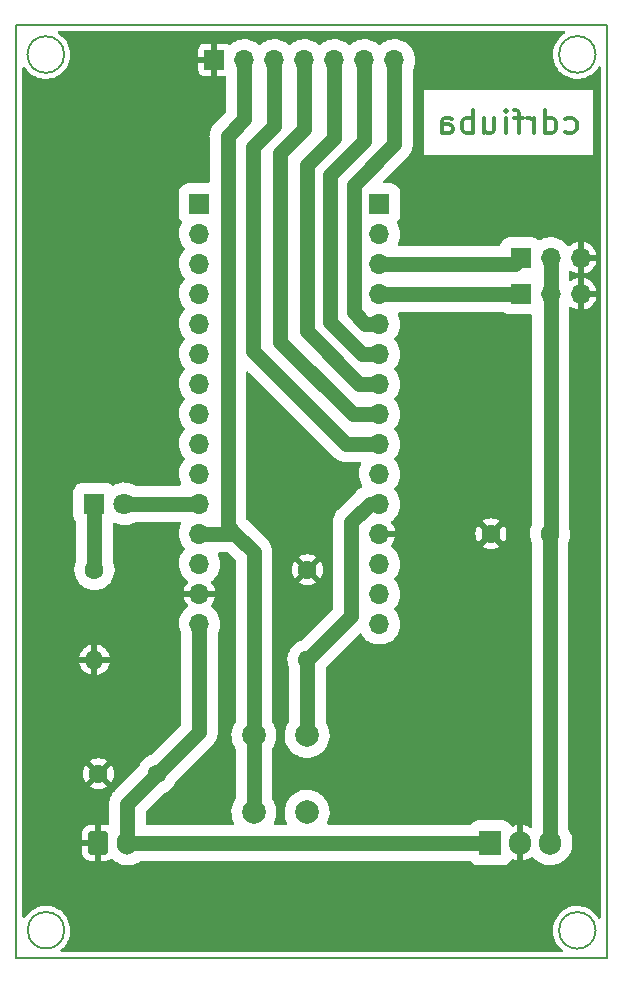
<source format=gbr>
%TF.GenerationSoftware,KiCad,Pcbnew,6.0.2+dfsg-1*%
%TF.CreationDate,2023-08-01T17:34:41-03:00*%
%TF.ProjectId,donatello,646f6e61-7465-46c6-9c6f-2e6b69636164,rev?*%
%TF.SameCoordinates,Original*%
%TF.FileFunction,Copper,L1,Top*%
%TF.FilePolarity,Positive*%
%FSLAX46Y46*%
G04 Gerber Fmt 4.6, Leading zero omitted, Abs format (unit mm)*
G04 Created by KiCad (PCBNEW 6.0.2+dfsg-1) date 2023-08-01 17:34:41*
%MOMM*%
%LPD*%
G01*
G04 APERTURE LIST*
G04 Aperture macros list*
%AMRoundRect*
0 Rectangle with rounded corners*
0 $1 Rounding radius*
0 $2 $3 $4 $5 $6 $7 $8 $9 X,Y pos of 4 corners*
0 Add a 4 corners polygon primitive as box body*
4,1,4,$2,$3,$4,$5,$6,$7,$8,$9,$2,$3,0*
0 Add four circle primitives for the rounded corners*
1,1,$1+$1,$2,$3*
1,1,$1+$1,$4,$5*
1,1,$1+$1,$6,$7*
1,1,$1+$1,$8,$9*
0 Add four rect primitives between the rounded corners*
20,1,$1+$1,$2,$3,$4,$5,0*
20,1,$1+$1,$4,$5,$6,$7,0*
20,1,$1+$1,$6,$7,$8,$9,0*
20,1,$1+$1,$8,$9,$2,$3,0*%
G04 Aperture macros list end*
%TA.AperFunction,Profile*%
%ADD10C,0.160000*%
%TD*%
%ADD11C,0.300000*%
%TA.AperFunction,NonConductor*%
%ADD12C,0.300000*%
%TD*%
%TA.AperFunction,ComponentPad*%
%ADD13R,1.700000X1.700000*%
%TD*%
%TA.AperFunction,ComponentPad*%
%ADD14O,1.700000X1.700000*%
%TD*%
%TA.AperFunction,ComponentPad*%
%ADD15C,1.600000*%
%TD*%
%TA.AperFunction,ComponentPad*%
%ADD16R,1.905000X2.000000*%
%TD*%
%TA.AperFunction,ComponentPad*%
%ADD17O,1.905000X2.000000*%
%TD*%
%TA.AperFunction,ComponentPad*%
%ADD18R,1.800000X1.800000*%
%TD*%
%TA.AperFunction,ComponentPad*%
%ADD19C,1.800000*%
%TD*%
%TA.AperFunction,ComponentPad*%
%ADD20O,1.600000X1.600000*%
%TD*%
%TA.AperFunction,ComponentPad*%
%ADD21RoundRect,0.250000X-0.600000X-0.750000X0.600000X-0.750000X0.600000X0.750000X-0.600000X0.750000X0*%
%TD*%
%TA.AperFunction,ComponentPad*%
%ADD22O,1.700000X2.000000*%
%TD*%
%TA.AperFunction,ComponentPad*%
%ADD23C,2.000000*%
%TD*%
%TA.AperFunction,Conductor*%
%ADD24C,1.280000*%
%TD*%
G04 APERTURE END LIST*
D10*
X139400328Y-71219670D02*
X139400328Y-150219670D01*
X93456443Y-147867437D02*
G75*
G03*
X93456443Y-147867437I-1550000J0D01*
G01*
X89400328Y-71219670D02*
X139400328Y-71219670D01*
X138439136Y-147875714D02*
G75*
G03*
X138439136Y-147875714I-1550000J0D01*
G01*
X89400328Y-150219670D02*
X89400328Y-71219670D01*
X138440765Y-73714788D02*
G75*
G03*
X138440765Y-73714788I-1550000J0D01*
G01*
X89400328Y-150219670D02*
X139400328Y-150219670D01*
X93439227Y-73723012D02*
G75*
G03*
X93439227Y-73723012I-1550000J0D01*
G01*
D11*
D12*
X135873523Y-80311523D02*
X136064000Y-80406761D01*
X136444952Y-80406761D01*
X136635428Y-80311523D01*
X136730666Y-80216285D01*
X136825904Y-80025809D01*
X136825904Y-79454380D01*
X136730666Y-79263904D01*
X136635428Y-79168666D01*
X136444952Y-79073428D01*
X136064000Y-79073428D01*
X135873523Y-79168666D01*
X134159238Y-80406761D02*
X134159238Y-78406761D01*
X134159238Y-80311523D02*
X134349714Y-80406761D01*
X134730666Y-80406761D01*
X134921142Y-80311523D01*
X135016380Y-80216285D01*
X135111619Y-80025809D01*
X135111619Y-79454380D01*
X135016380Y-79263904D01*
X134921142Y-79168666D01*
X134730666Y-79073428D01*
X134349714Y-79073428D01*
X134159238Y-79168666D01*
X133206857Y-80406761D02*
X133206857Y-79073428D01*
X133206857Y-79454380D02*
X133111619Y-79263904D01*
X133016380Y-79168666D01*
X132825904Y-79073428D01*
X132635428Y-79073428D01*
X132254476Y-79073428D02*
X131492571Y-79073428D01*
X131968761Y-80406761D02*
X131968761Y-78692476D01*
X131873523Y-78502000D01*
X131683047Y-78406761D01*
X131492571Y-78406761D01*
X130825904Y-80406761D02*
X130825904Y-79073428D01*
X130825904Y-78406761D02*
X130921142Y-78502000D01*
X130825904Y-78597238D01*
X130730666Y-78502000D01*
X130825904Y-78406761D01*
X130825904Y-78597238D01*
X129016380Y-79073428D02*
X129016380Y-80406761D01*
X129873523Y-79073428D02*
X129873523Y-80121047D01*
X129778285Y-80311523D01*
X129587809Y-80406761D01*
X129302095Y-80406761D01*
X129111619Y-80311523D01*
X129016380Y-80216285D01*
X128064000Y-80406761D02*
X128064000Y-78406761D01*
X128064000Y-79168666D02*
X127873523Y-79073428D01*
X127492571Y-79073428D01*
X127302095Y-79168666D01*
X127206857Y-79263904D01*
X127111619Y-79454380D01*
X127111619Y-80025809D01*
X127206857Y-80216285D01*
X127302095Y-80311523D01*
X127492571Y-80406761D01*
X127873523Y-80406761D01*
X128064000Y-80311523D01*
X125397333Y-80406761D02*
X125397333Y-79359142D01*
X125492571Y-79168666D01*
X125683047Y-79073428D01*
X126064000Y-79073428D01*
X126254476Y-79168666D01*
X125397333Y-80311523D02*
X125587809Y-80406761D01*
X126064000Y-80406761D01*
X126254476Y-80311523D01*
X126349714Y-80121047D01*
X126349714Y-79930571D01*
X126254476Y-79740095D01*
X126064000Y-79644857D01*
X125587809Y-79644857D01*
X125397333Y-79549619D01*
D13*
%TO.P,J6,1,Pin_1*%
%TO.N,GND*%
X106172000Y-74168000D03*
D14*
%TO.P,J6,2,Pin_2*%
%TO.N,+5V*%
X108712000Y-74168000D03*
%TO.P,J6,3,Pin_3*%
%TO.N,/sensor 5*%
X111252000Y-74168000D03*
%TO.P,J6,4,Pin_4*%
%TO.N,/sensor 4*%
X113792000Y-74168000D03*
%TO.P,J6,5,Pin_5*%
%TO.N,/sensor 3*%
X116332000Y-74168000D03*
%TO.P,J6,6,Pin_6*%
%TO.N,/sensor 2*%
X118872000Y-74168000D03*
%TO.P,J6,7,Pin_7*%
%TO.N,/sensor 1*%
X121412000Y-74168000D03*
%TD*%
D13*
%TO.P,J3,1,Pin_1*%
%TO.N,unconnected-(J3-Pad1)*%
X120142000Y-86360000D03*
D14*
%TO.P,J3,2,Pin_2*%
%TO.N,unconnected-(J3-Pad2)*%
X120142000Y-88900000D03*
%TO.P,J3,3,Pin_3*%
%TO.N,/pwm izquierdo*%
X120142000Y-91440000D03*
%TO.P,J3,4,Pin_4*%
%TO.N,/pwm derecho*%
X120142000Y-93980000D03*
%TO.P,J3,5,Pin_5*%
%TO.N,/sensor 1*%
X120142000Y-96520000D03*
%TO.P,J3,6,Pin_6*%
%TO.N,/sensor 2*%
X120142000Y-99060000D03*
%TO.P,J3,7,Pin_7*%
%TO.N,/sensor 3*%
X120142000Y-101600000D03*
%TO.P,J3,8,Pin_8*%
%TO.N,/sensor 4*%
X120142000Y-104140000D03*
%TO.P,J3,9,Pin_9*%
%TO.N,/sensor 5*%
X120142000Y-106680000D03*
%TO.P,J3,10,Pin_10*%
%TO.N,unconnected-(J3-Pad10)*%
X120142000Y-109220000D03*
%TO.P,J3,11,Pin_11*%
%TO.N,/boton encendido*%
X120142000Y-111760000D03*
%TO.P,J3,12,Pin_12*%
%TO.N,GND*%
X120142000Y-114300000D03*
%TO.P,J3,13,Pin_13*%
%TO.N,unconnected-(J3-Pad13)*%
X120142000Y-116840000D03*
%TO.P,J3,14,Pin_14*%
%TO.N,unconnected-(J3-Pad14)*%
X120142000Y-119380000D03*
%TO.P,J3,15,Pin_15*%
%TO.N,unconnected-(J3-Pad15)*%
X120142000Y-121920000D03*
%TD*%
D15*
%TO.P,C1,1*%
%TO.N,VCC*%
X101346000Y-134620000D03*
%TO.P,C1,2*%
%TO.N,GND*%
X96346000Y-134620000D03*
%TD*%
D16*
%TO.P,U1,1,VI*%
%TO.N,VCC*%
X129540000Y-140462000D03*
D17*
%TO.P,U1,2,GND*%
%TO.N,GND*%
X132080000Y-140462000D03*
%TO.P,U1,3,VO*%
%TO.N,/Salida Regulador*%
X134620000Y-140462000D03*
%TD*%
D13*
%TO.P,J2,1,Pin_1*%
%TO.N,unconnected-(J2-Pad1)*%
X104902000Y-86360000D03*
D14*
%TO.P,J2,2,Pin_2*%
%TO.N,unconnected-(J2-Pad2)*%
X104902000Y-88900000D03*
%TO.P,J2,3,Pin_3*%
%TO.N,unconnected-(J2-Pad3)*%
X104902000Y-91440000D03*
%TO.P,J2,4,Pin_4*%
%TO.N,unconnected-(J2-Pad4)*%
X104902000Y-93980000D03*
%TO.P,J2,5,Pin_5*%
%TO.N,unconnected-(J2-Pad5)*%
X104902000Y-96520000D03*
%TO.P,J2,6,Pin_6*%
%TO.N,unconnected-(J2-Pad6)*%
X104902000Y-99060000D03*
%TO.P,J2,7,Pin_7*%
%TO.N,unconnected-(J2-Pad7)*%
X104902000Y-101600000D03*
%TO.P,J2,8,Pin_8*%
%TO.N,unconnected-(J2-Pad8)*%
X104902000Y-104140000D03*
%TO.P,J2,9,Pin_9*%
%TO.N,unconnected-(J2-Pad9)*%
X104902000Y-106680000D03*
%TO.P,J2,10,Pin_10*%
%TO.N,unconnected-(J2-Pad10)*%
X104902000Y-109220000D03*
%TO.P,J2,11,Pin_11*%
%TO.N,Net-(D1-Pad2)*%
X104902000Y-111760000D03*
%TO.P,J2,12,Pin_12*%
%TO.N,+5V*%
X104902000Y-114300000D03*
%TO.P,J2,13,Pin_13*%
%TO.N,unconnected-(J2-Pad13)*%
X104902000Y-116840000D03*
%TO.P,J2,14,Pin_14*%
%TO.N,GND*%
X104902000Y-119380000D03*
%TO.P,J2,15,Pin_15*%
%TO.N,VCC*%
X104902000Y-121920000D03*
%TD*%
D13*
%TO.P,J4,1,Pin_1*%
%TO.N,/pwm izquierdo*%
X132095000Y-90932000D03*
D14*
%TO.P,J4,2,Pin_2*%
%TO.N,/Salida Regulador*%
X134635000Y-90932000D03*
%TO.P,J4,3,Pin_3*%
%TO.N,GND*%
X137175000Y-90932000D03*
%TD*%
D18*
%TO.P,D1,1,K*%
%TO.N,Net-(D1-Pad1)*%
X96007000Y-111760000D03*
D19*
%TO.P,D1,2,A*%
%TO.N,Net-(D1-Pad2)*%
X98547000Y-111760000D03*
%TD*%
D15*
%TO.P,C2,1*%
%TO.N,/Salida Regulador*%
X134580000Y-114300000D03*
%TO.P,C2,2*%
%TO.N,GND*%
X129580000Y-114300000D03*
%TD*%
D13*
%TO.P,J5,1,Pin_1*%
%TO.N,/pwm derecho*%
X132095000Y-93980000D03*
D14*
%TO.P,J5,2,Pin_2*%
%TO.N,/Salida Regulador*%
X134635000Y-93980000D03*
%TO.P,J5,3,Pin_3*%
%TO.N,GND*%
X137175000Y-93980000D03*
%TD*%
D15*
%TO.P,R1,1*%
%TO.N,GND*%
X114046000Y-117348000D03*
D20*
%TO.P,R1,2*%
%TO.N,/boton encendido*%
X114046000Y-124968000D03*
%TD*%
D21*
%TO.P,J1,1,Pin_1*%
%TO.N,GND*%
X96306000Y-140462000D03*
D22*
%TO.P,J1,2,Pin_2*%
%TO.N,VCC*%
X98806000Y-140462000D03*
%TD*%
D15*
%TO.P,R2,1*%
%TO.N,Net-(D1-Pad1)*%
X96012000Y-117348000D03*
D20*
%TO.P,R2,2*%
%TO.N,GND*%
X96012000Y-124968000D03*
%TD*%
D23*
%TO.P,SW1,1,1*%
%TO.N,+5V*%
X109510000Y-137870000D03*
X109510000Y-131370000D03*
%TO.P,SW1,2,2*%
%TO.N,/boton encendido*%
X114010000Y-137870000D03*
X114010000Y-131370000D03*
%TD*%
D24*
%TO.N,/pwm izquierdo*%
X120142000Y-91440000D02*
X131587000Y-91440000D01*
X131587000Y-91440000D02*
X132095000Y-90932000D01*
%TO.N,VCC*%
X104902000Y-121920000D02*
X104902000Y-131064000D01*
X104902000Y-131064000D02*
X101346000Y-134620000D01*
X98806000Y-140462000D02*
X129540000Y-140462000D01*
X98806000Y-137160000D02*
X101346000Y-134620000D01*
X98806000Y-140462000D02*
X98806000Y-137160000D01*
%TO.N,/Salida Regulador*%
X134620000Y-93995000D02*
X134635000Y-93980000D01*
X134580000Y-140422000D02*
X134620000Y-140462000D01*
X134580000Y-114300000D02*
X134580000Y-140422000D01*
X134635000Y-93980000D02*
X134635000Y-114245000D01*
X134635000Y-93980000D02*
X134635000Y-90932000D01*
X134635000Y-114245000D02*
X134580000Y-114300000D01*
%TO.N,+5V*%
X109510000Y-131370000D02*
X109510000Y-137870000D01*
X109510000Y-115860000D02*
X109510000Y-131370000D01*
X107291511Y-113641511D02*
X107950000Y-114300000D01*
X107950000Y-114300000D02*
X109510000Y-115860000D01*
X105410000Y-114300000D02*
X107950000Y-114300000D01*
X108712000Y-79208230D02*
X107291511Y-80628719D01*
X107291511Y-80628719D02*
X107291511Y-113641511D01*
X108712000Y-74168000D02*
X108712000Y-79208230D01*
%TO.N,/pwm derecho*%
X120142000Y-93980000D02*
X132095000Y-93980000D01*
%TO.N,Net-(D1-Pad2)*%
X98547000Y-111760000D02*
X104902000Y-111760000D01*
%TO.N,Net-(D1-Pad1)*%
X96007000Y-111760000D02*
X96007000Y-117343000D01*
X96007000Y-117343000D02*
X96012000Y-117348000D01*
X96012000Y-111755000D02*
X96007000Y-111760000D01*
%TO.N,/boton encendido*%
X114046000Y-124968000D02*
X117752489Y-121261511D01*
X117752489Y-113310231D02*
X119302720Y-111760000D01*
X119302720Y-111760000D02*
X120142000Y-111760000D01*
X114046000Y-131334000D02*
X114010000Y-131370000D01*
X114046000Y-124968000D02*
X114046000Y-131334000D01*
X117752489Y-121261511D02*
X117752489Y-113310231D01*
%TO.N,/sensor 1*%
X121412000Y-81280000D02*
X121412000Y-74168000D01*
X118939919Y-96520000D02*
X117952489Y-95532570D01*
X120142000Y-96520000D02*
X118939919Y-96520000D01*
X117952489Y-95532570D02*
X117952489Y-84739511D01*
X117952489Y-84739511D02*
X121412000Y-81280000D01*
%TO.N,/sensor 2*%
X115972969Y-83919567D02*
X115972969Y-96352514D01*
X118872000Y-81020536D02*
X115972969Y-83919567D01*
X118680455Y-99060000D02*
X120142000Y-99060000D01*
X115972969Y-96352514D02*
X118680455Y-99060000D01*
X118872000Y-74168000D02*
X118872000Y-81020536D01*
%TO.N,/sensor 3*%
X113993449Y-97172458D02*
X118420991Y-101600000D01*
X118420991Y-101600000D02*
X120142000Y-101600000D01*
X116332000Y-80761072D02*
X113993449Y-83099623D01*
X116332000Y-74168000D02*
X116332000Y-80761072D01*
X113993449Y-83099623D02*
X113993449Y-97172458D01*
%TO.N,/sensor 4*%
X113792000Y-80010000D02*
X113792000Y-74168000D01*
X120142000Y-104140000D02*
X117878685Y-104140000D01*
X111760000Y-82042000D02*
X113792000Y-80010000D01*
X117878685Y-104140000D02*
X111760000Y-98021315D01*
X111760000Y-98021315D02*
X111760000Y-82042000D01*
%TO.N,/sensor 5*%
X109471031Y-81531505D02*
X111252000Y-79750536D01*
X117336379Y-106680000D02*
X109471031Y-98814652D01*
X120142000Y-106680000D02*
X117336379Y-106680000D01*
X111252000Y-79750536D02*
X111252000Y-74168000D01*
X109471031Y-98814652D02*
X109471031Y-81531505D01*
%TD*%
%TA.AperFunction,Conductor*%
%TO.N,GND*%
G36*
X135815703Y-71747672D02*
G01*
X135862196Y-71801328D01*
X135872300Y-71871602D01*
X135842806Y-71936182D01*
X135812289Y-71961785D01*
X135713492Y-72020914D01*
X135710141Y-72023598D01*
X135710139Y-72023600D01*
X135605193Y-72107678D01*
X135494499Y-72196360D01*
X135301343Y-72399904D01*
X135137599Y-72627779D01*
X135006295Y-72875768D01*
X134909863Y-73139283D01*
X134850085Y-73413447D01*
X134828069Y-73693187D01*
X134828476Y-73700239D01*
X134844222Y-73973327D01*
X134898245Y-74248682D01*
X134989137Y-74514159D01*
X135115219Y-74764843D01*
X135145358Y-74808696D01*
X135267060Y-74985773D01*
X135274155Y-74996097D01*
X135463006Y-75203641D01*
X135466295Y-75206391D01*
X135674984Y-75380884D01*
X135674989Y-75380888D01*
X135678276Y-75383636D01*
X135797130Y-75458193D01*
X135912343Y-75530466D01*
X135912347Y-75530468D01*
X135915983Y-75532749D01*
X136000022Y-75570694D01*
X136167815Y-75646456D01*
X136167819Y-75646458D01*
X136171727Y-75648222D01*
X136175847Y-75649442D01*
X136175846Y-75649442D01*
X136436664Y-75726700D01*
X136436668Y-75726701D01*
X136440777Y-75727918D01*
X136445011Y-75728566D01*
X136445016Y-75728567D01*
X136713912Y-75769713D01*
X136713914Y-75769713D01*
X136718154Y-75770362D01*
X136860964Y-75772606D01*
X136994433Y-75774703D01*
X136994439Y-75774703D01*
X136998724Y-75774770D01*
X137277297Y-75741059D01*
X137517369Y-75678077D01*
X137544574Y-75670940D01*
X137544575Y-75670940D01*
X137548717Y-75669853D01*
X137807962Y-75562470D01*
X137836146Y-75546001D01*
X137978551Y-75462786D01*
X138050236Y-75420897D01*
X138271054Y-75247754D01*
X138311138Y-75206391D01*
X138450413Y-75062669D01*
X138466330Y-75046244D01*
X138468863Y-75042796D01*
X138468867Y-75042791D01*
X138629914Y-74823551D01*
X138632452Y-74820096D01*
X138655597Y-74777468D01*
X138705679Y-74727147D01*
X138775017Y-74711890D01*
X138841596Y-74736542D01*
X138884278Y-74793276D01*
X138892328Y-74837590D01*
X138892328Y-146750831D01*
X138872326Y-146818952D01*
X138818670Y-146865445D01*
X138748396Y-146875549D01*
X138683816Y-146846055D01*
X138658655Y-146814073D01*
X138657779Y-146814604D01*
X138655553Y-146810929D01*
X138653589Y-146807123D01*
X138650448Y-146802653D01*
X138494703Y-146581051D01*
X138492240Y-146577546D01*
X138301226Y-146371991D01*
X138084082Y-146194261D01*
X138034581Y-146163927D01*
X137848477Y-146049881D01*
X137848469Y-146049877D01*
X137844827Y-146047645D01*
X137840910Y-146045926D01*
X137840907Y-146045924D01*
X137727727Y-145996242D01*
X137587888Y-145934857D01*
X137583760Y-145933681D01*
X137583757Y-145933680D01*
X137322146Y-145859158D01*
X137322147Y-145859158D01*
X137318018Y-145857982D01*
X137110623Y-145828466D01*
X137044464Y-145819050D01*
X137044462Y-145819050D01*
X137040212Y-145818445D01*
X137035923Y-145818423D01*
X137035916Y-145818422D01*
X136763897Y-145816997D01*
X136763890Y-145816997D01*
X136759611Y-145816975D01*
X136755366Y-145817534D01*
X136755364Y-145817534D01*
X136692170Y-145825854D01*
X136481407Y-145853602D01*
X136210747Y-145927646D01*
X136193841Y-145934857D01*
X135956582Y-146036056D01*
X135956575Y-146036060D01*
X135952640Y-146037738D01*
X135711863Y-146181840D01*
X135708512Y-146184524D01*
X135708510Y-146184526D01*
X135696359Y-146194261D01*
X135492870Y-146357286D01*
X135354140Y-146503477D01*
X135307569Y-146552553D01*
X135299714Y-146560830D01*
X135135970Y-146788705D01*
X135004666Y-147036694D01*
X134908234Y-147300209D01*
X134848456Y-147574373D01*
X134826440Y-147854113D01*
X134826847Y-147861165D01*
X134842593Y-148134253D01*
X134843418Y-148138460D01*
X134843419Y-148138465D01*
X134867126Y-148259300D01*
X134896616Y-148409608D01*
X134987508Y-148675085D01*
X135113590Y-148925769D01*
X135116017Y-148929300D01*
X135269019Y-149151920D01*
X135272526Y-149157023D01*
X135461377Y-149364567D01*
X135464664Y-149367315D01*
X135464674Y-149367325D01*
X135610204Y-149489008D01*
X135649633Y-149548049D01*
X135650883Y-149619034D01*
X135613557Y-149679427D01*
X135549506Y-149710052D01*
X135529381Y-149711670D01*
X93254654Y-149711670D01*
X93186533Y-149691668D01*
X93140040Y-149638012D01*
X93129936Y-149567738D01*
X93159430Y-149503158D01*
X93176904Y-149486519D01*
X93286732Y-149400403D01*
X93321460Y-149364567D01*
X93479025Y-149201971D01*
X93482008Y-149198893D01*
X93484541Y-149195445D01*
X93484545Y-149195440D01*
X93645592Y-148976200D01*
X93648130Y-148972745D01*
X93650176Y-148968977D01*
X93779973Y-148729921D01*
X93779974Y-148729919D01*
X93782023Y-148726145D01*
X93832988Y-148591271D01*
X93879692Y-148467672D01*
X93879693Y-148467668D01*
X93881210Y-148463654D01*
X93907739Y-148347821D01*
X93942897Y-148194315D01*
X93942898Y-148194311D01*
X93943855Y-148190131D01*
X93968800Y-147910637D01*
X93969252Y-147867437D01*
X93968825Y-147861165D01*
X93956019Y-147673322D01*
X93950167Y-147587482D01*
X93949300Y-147583296D01*
X93949299Y-147583288D01*
X93894132Y-147316904D01*
X93893263Y-147312707D01*
X93799596Y-147048197D01*
X93723782Y-146901311D01*
X93672861Y-146802653D01*
X93672861Y-146802652D01*
X93670896Y-146798846D01*
X93668035Y-146794774D01*
X93590222Y-146684058D01*
X93509547Y-146569269D01*
X93329145Y-146375134D01*
X93321454Y-146366857D01*
X93321451Y-146366855D01*
X93318533Y-146363714D01*
X93101389Y-146185984D01*
X93051888Y-146155650D01*
X92865784Y-146041604D01*
X92865776Y-146041600D01*
X92862134Y-146039368D01*
X92858217Y-146037649D01*
X92858214Y-146037647D01*
X92627980Y-145936582D01*
X92605195Y-145926580D01*
X92601067Y-145925404D01*
X92601064Y-145925403D01*
X92349005Y-145853602D01*
X92335325Y-145849705D01*
X92105503Y-145816997D01*
X92061771Y-145810773D01*
X92061769Y-145810773D01*
X92057519Y-145810168D01*
X92053230Y-145810146D01*
X92053223Y-145810145D01*
X91781204Y-145808720D01*
X91781197Y-145808720D01*
X91776918Y-145808698D01*
X91772673Y-145809257D01*
X91772671Y-145809257D01*
X91714049Y-145816975D01*
X91498714Y-145845325D01*
X91228054Y-145919369D01*
X91191743Y-145934857D01*
X90973889Y-146027779D01*
X90973882Y-146027783D01*
X90969947Y-146029461D01*
X90729170Y-146173563D01*
X90725819Y-146176247D01*
X90725817Y-146176249D01*
X90699944Y-146196977D01*
X90510177Y-146349009D01*
X90317021Y-146552553D01*
X90153277Y-146780428D01*
X90145680Y-146794776D01*
X90096128Y-146845616D01*
X90026954Y-146861597D01*
X89960120Y-146837642D01*
X89916847Y-146781358D01*
X89908328Y-146735813D01*
X89908328Y-141259095D01*
X94948001Y-141259095D01*
X94948338Y-141265614D01*
X94958257Y-141361206D01*
X94961149Y-141374600D01*
X95012588Y-141528784D01*
X95018761Y-141541962D01*
X95104063Y-141679807D01*
X95113099Y-141691208D01*
X95227829Y-141805739D01*
X95239240Y-141814751D01*
X95377243Y-141899816D01*
X95390424Y-141905963D01*
X95544710Y-141957138D01*
X95558086Y-141960005D01*
X95652438Y-141969672D01*
X95658854Y-141970000D01*
X96033885Y-141970000D01*
X96049124Y-141965525D01*
X96050329Y-141964135D01*
X96052000Y-141956452D01*
X96052000Y-140734115D01*
X96047525Y-140718876D01*
X96046135Y-140717671D01*
X96038452Y-140716000D01*
X94966116Y-140716000D01*
X94950877Y-140720475D01*
X94949672Y-140721865D01*
X94948001Y-140729548D01*
X94948001Y-141259095D01*
X89908328Y-141259095D01*
X89908328Y-140189885D01*
X94948000Y-140189885D01*
X94952475Y-140205124D01*
X94953865Y-140206329D01*
X94961548Y-140208000D01*
X96033885Y-140208000D01*
X96049124Y-140203525D01*
X96050329Y-140202135D01*
X96052000Y-140194452D01*
X96052000Y-138972116D01*
X96047525Y-138956877D01*
X96046135Y-138955672D01*
X96038452Y-138954001D01*
X95658905Y-138954001D01*
X95652386Y-138954338D01*
X95556794Y-138964257D01*
X95543400Y-138967149D01*
X95389216Y-139018588D01*
X95376038Y-139024761D01*
X95238193Y-139110063D01*
X95226792Y-139119099D01*
X95112261Y-139233829D01*
X95103249Y-139245240D01*
X95018184Y-139383243D01*
X95012037Y-139396424D01*
X94960862Y-139550710D01*
X94957995Y-139564086D01*
X94948328Y-139658438D01*
X94948000Y-139664855D01*
X94948000Y-140189885D01*
X89908328Y-140189885D01*
X89908328Y-135706062D01*
X95624493Y-135706062D01*
X95633789Y-135718077D01*
X95684994Y-135753931D01*
X95694489Y-135759414D01*
X95891947Y-135851490D01*
X95902239Y-135855236D01*
X96112688Y-135911625D01*
X96123481Y-135913528D01*
X96340525Y-135932517D01*
X96351475Y-135932517D01*
X96568519Y-135913528D01*
X96579312Y-135911625D01*
X96789761Y-135855236D01*
X96800053Y-135851490D01*
X96997511Y-135759414D01*
X97007006Y-135753931D01*
X97059048Y-135717491D01*
X97067424Y-135707012D01*
X97060356Y-135693566D01*
X96358812Y-134992022D01*
X96344868Y-134984408D01*
X96343035Y-134984539D01*
X96336420Y-134988790D01*
X95630923Y-135694287D01*
X95624493Y-135706062D01*
X89908328Y-135706062D01*
X89908328Y-134625475D01*
X95033483Y-134625475D01*
X95052472Y-134842519D01*
X95054375Y-134853312D01*
X95110764Y-135063761D01*
X95114510Y-135074053D01*
X95206586Y-135271511D01*
X95212069Y-135281006D01*
X95248509Y-135333048D01*
X95258988Y-135341424D01*
X95272434Y-135334356D01*
X95973978Y-134632812D01*
X95980356Y-134621132D01*
X96710408Y-134621132D01*
X96710539Y-134622965D01*
X96714790Y-134629580D01*
X97420287Y-135335077D01*
X97432062Y-135341507D01*
X97444077Y-135332211D01*
X97479931Y-135281006D01*
X97485414Y-135271511D01*
X97577490Y-135074053D01*
X97581236Y-135063761D01*
X97637625Y-134853312D01*
X97639528Y-134842519D01*
X97658517Y-134625475D01*
X97658517Y-134614525D01*
X97639528Y-134397481D01*
X97637625Y-134386688D01*
X97581236Y-134176239D01*
X97577490Y-134165947D01*
X97485414Y-133968489D01*
X97479931Y-133958994D01*
X97443491Y-133906952D01*
X97433012Y-133898576D01*
X97419566Y-133905644D01*
X96718022Y-134607188D01*
X96710408Y-134621132D01*
X95980356Y-134621132D01*
X95981592Y-134618868D01*
X95981461Y-134617035D01*
X95977210Y-134610420D01*
X95271713Y-133904923D01*
X95259938Y-133898493D01*
X95247923Y-133907789D01*
X95212069Y-133958994D01*
X95206586Y-133968489D01*
X95114510Y-134165947D01*
X95110764Y-134176239D01*
X95054375Y-134386688D01*
X95052472Y-134397481D01*
X95033483Y-134614525D01*
X95033483Y-134625475D01*
X89908328Y-134625475D01*
X89908328Y-133532988D01*
X95624576Y-133532988D01*
X95631644Y-133546434D01*
X96333188Y-134247978D01*
X96347132Y-134255592D01*
X96348965Y-134255461D01*
X96355580Y-134251210D01*
X97061077Y-133545713D01*
X97067507Y-133533938D01*
X97058211Y-133521923D01*
X97007006Y-133486069D01*
X96997511Y-133480586D01*
X96800053Y-133388510D01*
X96789761Y-133384764D01*
X96579312Y-133328375D01*
X96568519Y-133326472D01*
X96351475Y-133307483D01*
X96340525Y-133307483D01*
X96123481Y-133326472D01*
X96112688Y-133328375D01*
X95902239Y-133384764D01*
X95891947Y-133388510D01*
X95694489Y-133480586D01*
X95684994Y-133486069D01*
X95632952Y-133522509D01*
X95624576Y-133532988D01*
X89908328Y-133532988D01*
X89908328Y-125234522D01*
X94729273Y-125234522D01*
X94776764Y-125411761D01*
X94780510Y-125422053D01*
X94872586Y-125619511D01*
X94878069Y-125629007D01*
X95003028Y-125807467D01*
X95010084Y-125815875D01*
X95164125Y-125969916D01*
X95172533Y-125976972D01*
X95350993Y-126101931D01*
X95360489Y-126107414D01*
X95557947Y-126199490D01*
X95568239Y-126203236D01*
X95740503Y-126249394D01*
X95754599Y-126249058D01*
X95758000Y-126241116D01*
X95758000Y-126235967D01*
X96266000Y-126235967D01*
X96269973Y-126249498D01*
X96278522Y-126250727D01*
X96455761Y-126203236D01*
X96466053Y-126199490D01*
X96663511Y-126107414D01*
X96673007Y-126101931D01*
X96851467Y-125976972D01*
X96859875Y-125969916D01*
X97013916Y-125815875D01*
X97020972Y-125807467D01*
X97145931Y-125629007D01*
X97151414Y-125619511D01*
X97243490Y-125422053D01*
X97247236Y-125411761D01*
X97293394Y-125239497D01*
X97293058Y-125225401D01*
X97285116Y-125222000D01*
X96284115Y-125222000D01*
X96268876Y-125226475D01*
X96267671Y-125227865D01*
X96266000Y-125235548D01*
X96266000Y-126235967D01*
X95758000Y-126235967D01*
X95758000Y-125240115D01*
X95753525Y-125224876D01*
X95752135Y-125223671D01*
X95744452Y-125222000D01*
X94744033Y-125222000D01*
X94730502Y-125225973D01*
X94729273Y-125234522D01*
X89908328Y-125234522D01*
X89908328Y-124696503D01*
X94730606Y-124696503D01*
X94730942Y-124710599D01*
X94738884Y-124714000D01*
X95739885Y-124714000D01*
X95755124Y-124709525D01*
X95756329Y-124708135D01*
X95758000Y-124700452D01*
X95758000Y-124695885D01*
X96266000Y-124695885D01*
X96270475Y-124711124D01*
X96271865Y-124712329D01*
X96279548Y-124714000D01*
X97279967Y-124714000D01*
X97293498Y-124710027D01*
X97294727Y-124701478D01*
X97247236Y-124524239D01*
X97243490Y-124513947D01*
X97151414Y-124316489D01*
X97145931Y-124306993D01*
X97020972Y-124128533D01*
X97013916Y-124120125D01*
X96859875Y-123966084D01*
X96851467Y-123959028D01*
X96673007Y-123834069D01*
X96663511Y-123828586D01*
X96466053Y-123736510D01*
X96455761Y-123732764D01*
X96283497Y-123686606D01*
X96269401Y-123686942D01*
X96266000Y-123694884D01*
X96266000Y-124695885D01*
X95758000Y-124695885D01*
X95758000Y-123700033D01*
X95754027Y-123686502D01*
X95745478Y-123685273D01*
X95568239Y-123732764D01*
X95557947Y-123736510D01*
X95360489Y-123828586D01*
X95350993Y-123834069D01*
X95172533Y-123959028D01*
X95164125Y-123966084D01*
X95010084Y-124120125D01*
X95003028Y-124128533D01*
X94878069Y-124306993D01*
X94872586Y-124316489D01*
X94780510Y-124513947D01*
X94776764Y-124524239D01*
X94730606Y-124696503D01*
X89908328Y-124696503D01*
X89908328Y-110796979D01*
X94206500Y-110796979D01*
X94206501Y-112723020D01*
X94212688Y-112801645D01*
X94261680Y-112984488D01*
X94277263Y-113015071D01*
X94342576Y-113143255D01*
X94347617Y-113153149D01*
X94438421Y-113265282D01*
X94465746Y-113330808D01*
X94466500Y-113344575D01*
X94466500Y-116610706D01*
X94456697Y-116659432D01*
X94398289Y-116798720D01*
X94394854Y-116806911D01*
X94332639Y-117051883D01*
X94307316Y-117303361D01*
X94307540Y-117308027D01*
X94307540Y-117308033D01*
X94313065Y-117423044D01*
X94319443Y-117555820D01*
X94320356Y-117560409D01*
X94366375Y-117791761D01*
X94368752Y-117803713D01*
X94370331Y-117808111D01*
X94370333Y-117808118D01*
X94434886Y-117987913D01*
X94454160Y-118041595D01*
X94573792Y-118264240D01*
X94576587Y-118267984D01*
X94576589Y-118267986D01*
X94722226Y-118463018D01*
X94722231Y-118463024D01*
X94725018Y-118466756D01*
X94728327Y-118470036D01*
X94728332Y-118470042D01*
X94901200Y-118641408D01*
X94904517Y-118644696D01*
X94908279Y-118647454D01*
X94908282Y-118647457D01*
X95023229Y-118731739D01*
X95108346Y-118794149D01*
X95112481Y-118796325D01*
X95112485Y-118796327D01*
X95229952Y-118858129D01*
X95332026Y-118911833D01*
X95570644Y-118995162D01*
X95575237Y-118996034D01*
X95814369Y-119041435D01*
X95814372Y-119041435D01*
X95818958Y-119042306D01*
X95939081Y-119047026D01*
X96066845Y-119052046D01*
X96066850Y-119052046D01*
X96071513Y-119052229D01*
X96149657Y-119043671D01*
X96318107Y-119025223D01*
X96318112Y-119025222D01*
X96322760Y-119024713D01*
X96440861Y-118993620D01*
X96562658Y-118961554D01*
X96562661Y-118961553D01*
X96567181Y-118960363D01*
X96799405Y-118860591D01*
X96906774Y-118794149D01*
X97010358Y-118730050D01*
X97010362Y-118730047D01*
X97014331Y-118727591D01*
X97108989Y-118647457D01*
X97203672Y-118567302D01*
X97203673Y-118567301D01*
X97207238Y-118564283D01*
X97240174Y-118526727D01*
X97370806Y-118377771D01*
X97370810Y-118377766D01*
X97373888Y-118374256D01*
X97445695Y-118262620D01*
X97508094Y-118165610D01*
X97508096Y-118165607D01*
X97510619Y-118161684D01*
X97614428Y-117931236D01*
X97683034Y-117687976D01*
X97693199Y-117608070D01*
X97714533Y-117440378D01*
X97714533Y-117440372D01*
X97714931Y-117437247D01*
X97717268Y-117348000D01*
X97705859Y-117194476D01*
X97698883Y-117100597D01*
X97698882Y-117100593D01*
X97698537Y-117095945D01*
X97642756Y-116849428D01*
X97619411Y-116789395D01*
X97556067Y-116626507D01*
X97547500Y-116580840D01*
X97547500Y-113477391D01*
X97567502Y-113409270D01*
X97621158Y-113362777D01*
X97691432Y-113352673D01*
X97732167Y-113365883D01*
X97822891Y-113413615D01*
X97822895Y-113413617D01*
X97827039Y-113415797D01*
X97831458Y-113417340D01*
X98075273Y-113502484D01*
X98075279Y-113502486D01*
X98079690Y-113504026D01*
X98342606Y-113553943D01*
X98469616Y-113558933D01*
X98605345Y-113564266D01*
X98605350Y-113564266D01*
X98610013Y-113564449D01*
X98705943Y-113553943D01*
X98871382Y-113535825D01*
X98871387Y-113535824D01*
X98876035Y-113535315D01*
X98912081Y-113525825D01*
X99130309Y-113468370D01*
X99134829Y-113467180D01*
X99269619Y-113409270D01*
X99376407Y-113363391D01*
X99376410Y-113363389D01*
X99380710Y-113361542D01*
X99448882Y-113319355D01*
X99515184Y-113300500D01*
X103236995Y-113300500D01*
X103305116Y-113320502D01*
X103351609Y-113374158D01*
X103361713Y-113444432D01*
X103344713Y-113491866D01*
X103337920Y-113503061D01*
X103336111Y-113507375D01*
X103336110Y-113507377D01*
X103241584Y-113732797D01*
X103237305Y-113743001D01*
X103236154Y-113747533D01*
X103236153Y-113747536D01*
X103221309Y-113805985D01*
X103173261Y-113995177D01*
X103147194Y-114254049D01*
X103147418Y-114258715D01*
X103147418Y-114258720D01*
X103153064Y-114376247D01*
X103159677Y-114513930D01*
X103210435Y-114769112D01*
X103298355Y-115013989D01*
X103421504Y-115243180D01*
X103424299Y-115246923D01*
X103424301Y-115246926D01*
X103574385Y-115447913D01*
X103574390Y-115447919D01*
X103577177Y-115451651D01*
X103580492Y-115454937D01*
X103606224Y-115480446D01*
X103640521Y-115542610D01*
X103635764Y-115613447D01*
X103614393Y-115650496D01*
X103472895Y-115820629D01*
X103337920Y-116043061D01*
X103336111Y-116047375D01*
X103336110Y-116047377D01*
X103241200Y-116273713D01*
X103237305Y-116283001D01*
X103173261Y-116535177D01*
X103147194Y-116794049D01*
X103147418Y-116798715D01*
X103147418Y-116798720D01*
X103149250Y-116836851D01*
X103159677Y-117053930D01*
X103210435Y-117309112D01*
X103298355Y-117553989D01*
X103421504Y-117783180D01*
X103424299Y-117786923D01*
X103424301Y-117786926D01*
X103574385Y-117987913D01*
X103574390Y-117987919D01*
X103577177Y-117991651D01*
X103580486Y-117994931D01*
X103580491Y-117994937D01*
X103748700Y-118161684D01*
X103761954Y-118174823D01*
X103765716Y-118177581D01*
X103765719Y-118177584D01*
X103844548Y-118235383D01*
X103889013Y-118267986D01*
X103889190Y-118268116D01*
X103932298Y-118324527D01*
X103938065Y-118395289D01*
X103905779Y-118456779D01*
X103846591Y-118518717D01*
X103840104Y-118526727D01*
X103720098Y-118702649D01*
X103715000Y-118711623D01*
X103625338Y-118904783D01*
X103621775Y-118914470D01*
X103566389Y-119114183D01*
X103567912Y-119122607D01*
X103580292Y-119126000D01*
X106220344Y-119126000D01*
X106233875Y-119122027D01*
X106235180Y-119112947D01*
X106193214Y-118945875D01*
X106189894Y-118936124D01*
X106104972Y-118740814D01*
X106100105Y-118731739D01*
X105984426Y-118552926D01*
X105978136Y-118544757D01*
X105898538Y-118457280D01*
X105867486Y-118393434D01*
X105875882Y-118322936D01*
X105925429Y-118265337D01*
X105929820Y-118262620D01*
X105929822Y-118262618D01*
X105933803Y-118260155D01*
X106038486Y-118171535D01*
X106128809Y-118095071D01*
X106128811Y-118095069D01*
X106132382Y-118092046D01*
X106303931Y-117896431D01*
X106363570Y-117803713D01*
X106442155Y-117681538D01*
X106444683Y-117677608D01*
X106551544Y-117440385D01*
X106578436Y-117345035D01*
X106620898Y-117194476D01*
X106620899Y-117194473D01*
X106622168Y-117189972D01*
X106639142Y-117056541D01*
X106654604Y-116935001D01*
X106654604Y-116934997D01*
X106655002Y-116931871D01*
X106657408Y-116840000D01*
X106646743Y-116696489D01*
X106638472Y-116585186D01*
X106638471Y-116585182D01*
X106638126Y-116580534D01*
X106580705Y-116326768D01*
X106579012Y-116322414D01*
X106488098Y-116088630D01*
X106488097Y-116088628D01*
X106486405Y-116084277D01*
X106462848Y-116043061D01*
X106454825Y-116029023D01*
X106438388Y-115959955D01*
X106461902Y-115892965D01*
X106517900Y-115849322D01*
X106564218Y-115840500D01*
X107259714Y-115840500D01*
X107327835Y-115860502D01*
X107348809Y-115877405D01*
X107932595Y-116461191D01*
X107966621Y-116523503D01*
X107969500Y-116550286D01*
X107969500Y-130210457D01*
X107949498Y-130278578D01*
X107942451Y-130288462D01*
X107934118Y-130299032D01*
X107902785Y-130352976D01*
X107801173Y-130527913D01*
X107801170Y-130527919D01*
X107798939Y-130531760D01*
X107697900Y-130781213D01*
X107696829Y-130785526D01*
X107696827Y-130785531D01*
X107683689Y-130838423D01*
X107633017Y-131042414D01*
X107605585Y-131310151D01*
X107605760Y-131314602D01*
X107612763Y-131492820D01*
X107616152Y-131579083D01*
X107664505Y-131843843D01*
X107749682Y-132099148D01*
X107751674Y-132103135D01*
X107751675Y-132103137D01*
X107784172Y-132168173D01*
X107869981Y-132339905D01*
X107872510Y-132343564D01*
X107947153Y-132451564D01*
X107969500Y-132523203D01*
X107969500Y-136710457D01*
X107949498Y-136778578D01*
X107942451Y-136788462D01*
X107934118Y-136799032D01*
X107902785Y-136852976D01*
X107801173Y-137027913D01*
X107801170Y-137027919D01*
X107798939Y-137031760D01*
X107697900Y-137281213D01*
X107696829Y-137285526D01*
X107696827Y-137285531D01*
X107683689Y-137338423D01*
X107633017Y-137542414D01*
X107605585Y-137810151D01*
X107605760Y-137814602D01*
X107612763Y-137992820D01*
X107616152Y-138079083D01*
X107664505Y-138343843D01*
X107749682Y-138599148D01*
X107751674Y-138603135D01*
X107751675Y-138603137D01*
X107819652Y-138739181D01*
X107832207Y-138809059D01*
X107804991Y-138874631D01*
X107746644Y-138915081D01*
X107706939Y-138921500D01*
X100472500Y-138921500D01*
X100404379Y-138901498D01*
X100357886Y-138847842D01*
X100346500Y-138795500D01*
X100346500Y-137850286D01*
X100366502Y-137782165D01*
X100383405Y-137761191D01*
X101903439Y-136241157D01*
X101942796Y-136214485D01*
X102129100Y-136134442D01*
X102129116Y-136134434D01*
X102133405Y-136132591D01*
X102228402Y-136073805D01*
X102344358Y-136002050D01*
X102344362Y-136002047D01*
X102348331Y-135999591D01*
X102541238Y-135836283D01*
X102613459Y-135753931D01*
X102704806Y-135649771D01*
X102704810Y-135649766D01*
X102707888Y-135646256D01*
X102844619Y-135433684D01*
X102944748Y-135211404D01*
X102970535Y-135174060D01*
X105973969Y-132170626D01*
X105976491Y-132168173D01*
X106046860Y-132101628D01*
X106050539Y-132098149D01*
X106059688Y-132086183D01*
X106099323Y-132034344D01*
X106103464Y-132029212D01*
X106152225Y-131971918D01*
X106152227Y-131971915D01*
X106155508Y-131968060D01*
X106172959Y-131939246D01*
X106180637Y-131927989D01*
X106198036Y-131905233D01*
X106198039Y-131905229D01*
X106201106Y-131901217D01*
X106239080Y-131830396D01*
X106242311Y-131824730D01*
X106283925Y-131756017D01*
X106285820Y-131751328D01*
X106285824Y-131751319D01*
X106296541Y-131724792D01*
X106302322Y-131712450D01*
X106315860Y-131687202D01*
X106315861Y-131687199D01*
X106318250Y-131682744D01*
X106344395Y-131606813D01*
X106346705Y-131600633D01*
X106374893Y-131530867D01*
X106374894Y-131530863D01*
X106376790Y-131526171D01*
X106384254Y-131493316D01*
X106387985Y-131480218D01*
X106398957Y-131448353D01*
X106399817Y-131443376D01*
X106399820Y-131443363D01*
X106412627Y-131369216D01*
X106413919Y-131362747D01*
X106430591Y-131289366D01*
X106430592Y-131289362D01*
X106431711Y-131284435D01*
X106433827Y-131250806D01*
X106435416Y-131237274D01*
X106441151Y-131204074D01*
X106442500Y-131174368D01*
X106442500Y-131116896D01*
X106442749Y-131108985D01*
X106446958Y-131042083D01*
X106447276Y-131037028D01*
X106443101Y-130994447D01*
X106442500Y-130982153D01*
X106442500Y-122789524D01*
X106453618Y-122737773D01*
X106549623Y-122524649D01*
X106551544Y-122520385D01*
X106552814Y-122515882D01*
X106620898Y-122274476D01*
X106620899Y-122274473D01*
X106622168Y-122269972D01*
X106638891Y-122138518D01*
X106654604Y-122015001D01*
X106654604Y-122014997D01*
X106655002Y-122011871D01*
X106657408Y-121920000D01*
X106638126Y-121660534D01*
X106580705Y-121406768D01*
X106579012Y-121402414D01*
X106488098Y-121168630D01*
X106488097Y-121168628D01*
X106486405Y-121164277D01*
X106357299Y-120938388D01*
X106196223Y-120734064D01*
X106006714Y-120555792D01*
X105970196Y-120530458D01*
X105918230Y-120494408D01*
X105873660Y-120439145D01*
X105866043Y-120368558D01*
X105901111Y-120301630D01*
X105936052Y-120266811D01*
X105942730Y-120258965D01*
X106067003Y-120086020D01*
X106072313Y-120077183D01*
X106166670Y-119886267D01*
X106170469Y-119876672D01*
X106232377Y-119672910D01*
X106234555Y-119662837D01*
X106235986Y-119651962D01*
X106233775Y-119637778D01*
X106220617Y-119634000D01*
X103585225Y-119634000D01*
X103571694Y-119637973D01*
X103570257Y-119647966D01*
X103600565Y-119782446D01*
X103603645Y-119792275D01*
X103683770Y-119989603D01*
X103688413Y-119998794D01*
X103799694Y-120180388D01*
X103805777Y-120188699D01*
X103908544Y-120307336D01*
X103938027Y-120371921D01*
X103927912Y-120442193D01*
X103882393Y-120495203D01*
X103833375Y-120527341D01*
X103639265Y-120700591D01*
X103472895Y-120900629D01*
X103337920Y-121123061D01*
X103336111Y-121127375D01*
X103336110Y-121127377D01*
X103322338Y-121160221D01*
X103237305Y-121363001D01*
X103173261Y-121615177D01*
X103147194Y-121874049D01*
X103159677Y-122133930D01*
X103210435Y-122389112D01*
X103298355Y-122633989D01*
X103300571Y-122638113D01*
X103346492Y-122723576D01*
X103361500Y-122783214D01*
X103361500Y-130373714D01*
X103341498Y-130441835D01*
X103324595Y-130462809D01*
X100792917Y-132994487D01*
X100749199Y-133022607D01*
X100748803Y-133022723D01*
X100744562Y-133024678D01*
X100744557Y-133024680D01*
X100651275Y-133067684D01*
X100519270Y-133128539D01*
X100471066Y-133160143D01*
X100311812Y-133264554D01*
X100311807Y-133264558D01*
X100307899Y-133267120D01*
X100239268Y-133328375D01*
X100171893Y-133388510D01*
X100119333Y-133435421D01*
X99957715Y-133629746D01*
X99826595Y-133845825D01*
X99824786Y-133850139D01*
X99824785Y-133850141D01*
X99753139Y-134020998D01*
X99726037Y-134061367D01*
X97734012Y-136053392D01*
X97731491Y-136055844D01*
X97657461Y-136125851D01*
X97652308Y-136132591D01*
X97608683Y-136189649D01*
X97604541Y-136194782D01*
X97561447Y-136245418D01*
X97552491Y-136255941D01*
X97535037Y-136284762D01*
X97527360Y-136296015D01*
X97509964Y-136318767D01*
X97509961Y-136318771D01*
X97506894Y-136322783D01*
X97504506Y-136327237D01*
X97468938Y-136393570D01*
X97465670Y-136399299D01*
X97426697Y-136463651D01*
X97426694Y-136463656D01*
X97424074Y-136467983D01*
X97422178Y-136472676D01*
X97411456Y-136499215D01*
X97405673Y-136511559D01*
X97392143Y-136536792D01*
X97392140Y-136536798D01*
X97389750Y-136541256D01*
X97363592Y-136617225D01*
X97361301Y-136623353D01*
X97331210Y-136697829D01*
X97330088Y-136702768D01*
X97330087Y-136702771D01*
X97323746Y-136730683D01*
X97320015Y-136743782D01*
X97309043Y-136775647D01*
X97308183Y-136780624D01*
X97308180Y-136780637D01*
X97295373Y-136854784D01*
X97294081Y-136861253D01*
X97276289Y-136939565D01*
X97274172Y-136973214D01*
X97272586Y-136986715D01*
X97266849Y-137019926D01*
X97266669Y-137023883D01*
X97266669Y-137023886D01*
X97266312Y-137031760D01*
X97265500Y-137049632D01*
X97265500Y-137107093D01*
X97265251Y-137115004D01*
X97260723Y-137186973D01*
X97261217Y-137192008D01*
X97264899Y-137229562D01*
X97265500Y-137241858D01*
X97265500Y-138858063D01*
X97245498Y-138926184D01*
X97191842Y-138972677D01*
X97121568Y-138982781D01*
X97099833Y-138977656D01*
X97067293Y-138966863D01*
X97053914Y-138963995D01*
X96959562Y-138954328D01*
X96953145Y-138954000D01*
X96578115Y-138954000D01*
X96562876Y-138958475D01*
X96561671Y-138959865D01*
X96560000Y-138967548D01*
X96560000Y-141951884D01*
X96564475Y-141967123D01*
X96565865Y-141968328D01*
X96573548Y-141969999D01*
X96953095Y-141969999D01*
X96959614Y-141969662D01*
X97055206Y-141959743D01*
X97068600Y-141956851D01*
X97222784Y-141905412D01*
X97235962Y-141899239D01*
X97380035Y-141810083D01*
X97380926Y-141811522D01*
X97438408Y-141788250D01*
X97508173Y-141801415D01*
X97537205Y-141821856D01*
X97701286Y-141976208D01*
X97853252Y-142081631D01*
X97888974Y-142106412D01*
X97915063Y-142124511D01*
X97919253Y-142126577D01*
X97919256Y-142126579D01*
X98144225Y-142237521D01*
X98144228Y-142237522D01*
X98148413Y-142239586D01*
X98396208Y-142318906D01*
X98458483Y-142329048D01*
X98648394Y-142359977D01*
X98648395Y-142359977D01*
X98653006Y-142360728D01*
X98783085Y-142362431D01*
X98908488Y-142364073D01*
X98908491Y-142364073D01*
X98913165Y-142364134D01*
X99170970Y-142329048D01*
X99420757Y-142256242D01*
X99456887Y-142239586D01*
X99516588Y-142212063D01*
X99657039Y-142147314D01*
X99660944Y-142144754D01*
X99660949Y-142144751D01*
X99846455Y-142023128D01*
X99915540Y-142002500D01*
X127806362Y-142002500D01*
X127874483Y-142022502D01*
X127904283Y-142049205D01*
X127947243Y-142102257D01*
X127952378Y-142106415D01*
X128089218Y-142217227D01*
X128089222Y-142217230D01*
X128094351Y-142221383D01*
X128100229Y-142224378D01*
X128100232Y-142224380D01*
X128130076Y-142239586D01*
X128263012Y-142307320D01*
X128269385Y-142309028D01*
X128269386Y-142309028D01*
X128440277Y-142354818D01*
X128440283Y-142354819D01*
X128445855Y-142356312D01*
X128451611Y-142356765D01*
X128522023Y-142362307D01*
X128522030Y-142362307D01*
X128524479Y-142362500D01*
X129539588Y-142362500D01*
X130555520Y-142362499D01*
X130604443Y-142358649D01*
X130628391Y-142356765D01*
X130628393Y-142356765D01*
X130634145Y-142356312D01*
X130816988Y-142307320D01*
X130949924Y-142239586D01*
X130979768Y-142224380D01*
X130979771Y-142224378D01*
X130985649Y-142221383D01*
X130990778Y-142217230D01*
X130990782Y-142217227D01*
X131127626Y-142106412D01*
X131132757Y-142102257D01*
X131180742Y-142043001D01*
X131247727Y-141960282D01*
X131247730Y-141960278D01*
X131251883Y-141955149D01*
X131262914Y-141933501D01*
X131285985Y-141888220D01*
X131334733Y-141836605D01*
X131403648Y-141819539D01*
X131459148Y-141835116D01*
X131474725Y-141843715D01*
X131484134Y-141847944D01*
X131700768Y-141924659D01*
X131710739Y-141927293D01*
X131808163Y-141944647D01*
X131821460Y-141943187D01*
X131826000Y-141928630D01*
X131826000Y-138993904D01*
X131822082Y-138980560D01*
X131807806Y-138978573D01*
X131745485Y-138988110D01*
X131735457Y-138990499D01*
X131517012Y-139061898D01*
X131507502Y-139065895D01*
X131457294Y-139092032D01*
X131387634Y-139105745D01*
X131321619Y-139079620D01*
X131286847Y-139037472D01*
X131254880Y-138974732D01*
X131254878Y-138974729D01*
X131251883Y-138968851D01*
X131247730Y-138963722D01*
X131247727Y-138963718D01*
X131136912Y-138826874D01*
X131132757Y-138821743D01*
X131078206Y-138777568D01*
X130990782Y-138706773D01*
X130990778Y-138706770D01*
X130985649Y-138702617D01*
X130979771Y-138699622D01*
X130979768Y-138699620D01*
X130902834Y-138660420D01*
X130816988Y-138616680D01*
X130810614Y-138614972D01*
X130639723Y-138569182D01*
X130639717Y-138569181D01*
X130634145Y-138567688D01*
X130624247Y-138566909D01*
X130557977Y-138561693D01*
X130557970Y-138561693D01*
X130555521Y-138561500D01*
X129540412Y-138561500D01*
X128524480Y-138561501D01*
X128475557Y-138565351D01*
X128451609Y-138567235D01*
X128451607Y-138567235D01*
X128445855Y-138567688D01*
X128263012Y-138616680D01*
X128177166Y-138660420D01*
X128100232Y-138699620D01*
X128100229Y-138699622D01*
X128094351Y-138702617D01*
X128089222Y-138706770D01*
X128089218Y-138706773D01*
X128049198Y-138739181D01*
X127947243Y-138821743D01*
X127943088Y-138826874D01*
X127943087Y-138826875D01*
X127904282Y-138874795D01*
X127845868Y-138915147D01*
X127806362Y-138921500D01*
X115816652Y-138921500D01*
X115748531Y-138901498D01*
X115702038Y-138847842D01*
X115691934Y-138777568D01*
X115701412Y-138744553D01*
X115800905Y-138519504D01*
X115800906Y-138519500D01*
X115802712Y-138515416D01*
X115875767Y-138256382D01*
X115911595Y-137989638D01*
X115915355Y-137870000D01*
X115896347Y-137601533D01*
X115839700Y-137338423D01*
X115820188Y-137285531D01*
X115748090Y-137090101D01*
X115748089Y-137090099D01*
X115746547Y-137085919D01*
X115727731Y-137051046D01*
X115620857Y-136852976D01*
X115618744Y-136849060D01*
X115519857Y-136715178D01*
X115461492Y-136636157D01*
X115461489Y-136636154D01*
X115458843Y-136632571D01*
X115270034Y-136440772D01*
X115215692Y-136399299D01*
X115110169Y-136318767D01*
X115056083Y-136277490D01*
X115003434Y-136248005D01*
X114825147Y-136148159D01*
X114825144Y-136148158D01*
X114821261Y-136145983D01*
X114817122Y-136144382D01*
X114817114Y-136144378D01*
X114585163Y-136054644D01*
X114570251Y-136048875D01*
X114565926Y-136047872D01*
X114565921Y-136047871D01*
X114368234Y-136002050D01*
X114308063Y-135988103D01*
X114039928Y-135964880D01*
X114035493Y-135965124D01*
X114035489Y-135965124D01*
X113926324Y-135971132D01*
X113771196Y-135979669D01*
X113766833Y-135980537D01*
X113766832Y-135980537D01*
X113511596Y-136031307D01*
X113511594Y-136031308D01*
X113507228Y-136032176D01*
X113253292Y-136121352D01*
X113014455Y-136245418D01*
X113010840Y-136248001D01*
X113010834Y-136248005D01*
X112951236Y-136290595D01*
X112795481Y-136401899D01*
X112792254Y-136404977D01*
X112792252Y-136404979D01*
X112649397Y-136541256D01*
X112600740Y-136587672D01*
X112597984Y-136591168D01*
X112493774Y-136723359D01*
X112434118Y-136799032D01*
X112402785Y-136852976D01*
X112301173Y-137027913D01*
X112301170Y-137027919D01*
X112298939Y-137031760D01*
X112197900Y-137281213D01*
X112196829Y-137285526D01*
X112196827Y-137285531D01*
X112183689Y-137338423D01*
X112133017Y-137542414D01*
X112105585Y-137810151D01*
X112105760Y-137814602D01*
X112112763Y-137992820D01*
X112116152Y-138079083D01*
X112164505Y-138343843D01*
X112249682Y-138599148D01*
X112251674Y-138603135D01*
X112251675Y-138603137D01*
X112319652Y-138739181D01*
X112332207Y-138809059D01*
X112304991Y-138874631D01*
X112246644Y-138915081D01*
X112206939Y-138921500D01*
X111316652Y-138921500D01*
X111248531Y-138901498D01*
X111202038Y-138847842D01*
X111191934Y-138777568D01*
X111201412Y-138744553D01*
X111300905Y-138519504D01*
X111300906Y-138519500D01*
X111302712Y-138515416D01*
X111375767Y-138256382D01*
X111411595Y-137989638D01*
X111415355Y-137870000D01*
X111396347Y-137601533D01*
X111339700Y-137338423D01*
X111320188Y-137285531D01*
X111248090Y-137090101D01*
X111248089Y-137090099D01*
X111246547Y-137085919D01*
X111227731Y-137051046D01*
X111120857Y-136852976D01*
X111118744Y-136849060D01*
X111075149Y-136790037D01*
X111050766Y-136723359D01*
X111050500Y-136715178D01*
X111050500Y-132527558D01*
X111069587Y-132460882D01*
X111142753Y-132343564D01*
X111193887Y-132261572D01*
X111235179Y-132168173D01*
X111295501Y-132031726D01*
X111302712Y-132015416D01*
X111375767Y-131756382D01*
X111385658Y-131682744D01*
X111411168Y-131492820D01*
X111411169Y-131492812D01*
X111411595Y-131489638D01*
X111411891Y-131480207D01*
X111415254Y-131373222D01*
X111415254Y-131373217D01*
X111415355Y-131370000D01*
X111415070Y-131365967D01*
X111396662Y-131105982D01*
X111396347Y-131101533D01*
X111339700Y-130838423D01*
X111320188Y-130785531D01*
X111248090Y-130590101D01*
X111248089Y-130590099D01*
X111246547Y-130585919D01*
X111215249Y-130527913D01*
X111120857Y-130352976D01*
X111118744Y-130349060D01*
X111075149Y-130290037D01*
X111050766Y-130223359D01*
X111050500Y-130215178D01*
X111050500Y-118434062D01*
X113324493Y-118434062D01*
X113333789Y-118446077D01*
X113384994Y-118481931D01*
X113394489Y-118487414D01*
X113591947Y-118579490D01*
X113602239Y-118583236D01*
X113812688Y-118639625D01*
X113823481Y-118641528D01*
X114040525Y-118660517D01*
X114051475Y-118660517D01*
X114268519Y-118641528D01*
X114279312Y-118639625D01*
X114489761Y-118583236D01*
X114500053Y-118579490D01*
X114697511Y-118487414D01*
X114707006Y-118481931D01*
X114759048Y-118445491D01*
X114767424Y-118435012D01*
X114760356Y-118421566D01*
X114058812Y-117720022D01*
X114044868Y-117712408D01*
X114043035Y-117712539D01*
X114036420Y-117716790D01*
X113330923Y-118422287D01*
X113324493Y-118434062D01*
X111050500Y-118434062D01*
X111050500Y-117353475D01*
X112733483Y-117353475D01*
X112752472Y-117570519D01*
X112754375Y-117581312D01*
X112810764Y-117791761D01*
X112814510Y-117802053D01*
X112906586Y-117999511D01*
X112912069Y-118009006D01*
X112948509Y-118061048D01*
X112958988Y-118069424D01*
X112972434Y-118062356D01*
X113673978Y-117360812D01*
X113680356Y-117349132D01*
X114410408Y-117349132D01*
X114410539Y-117350965D01*
X114414790Y-117357580D01*
X115120287Y-118063077D01*
X115132062Y-118069507D01*
X115144077Y-118060211D01*
X115179931Y-118009006D01*
X115185414Y-117999511D01*
X115277490Y-117802053D01*
X115281236Y-117791761D01*
X115337625Y-117581312D01*
X115339528Y-117570519D01*
X115358517Y-117353475D01*
X115358517Y-117342525D01*
X115339528Y-117125481D01*
X115337625Y-117114688D01*
X115281236Y-116904239D01*
X115277490Y-116893947D01*
X115185414Y-116696489D01*
X115179931Y-116686994D01*
X115143491Y-116634952D01*
X115133012Y-116626576D01*
X115119566Y-116633644D01*
X114418022Y-117335188D01*
X114410408Y-117349132D01*
X113680356Y-117349132D01*
X113681592Y-117346868D01*
X113681461Y-117345035D01*
X113677210Y-117338420D01*
X112971713Y-116632923D01*
X112959938Y-116626493D01*
X112947923Y-116635789D01*
X112912069Y-116686994D01*
X112906586Y-116696489D01*
X112814510Y-116893947D01*
X112810764Y-116904239D01*
X112754375Y-117114688D01*
X112752472Y-117125481D01*
X112733483Y-117342525D01*
X112733483Y-117353475D01*
X111050500Y-117353475D01*
X111050500Y-116260988D01*
X113324576Y-116260988D01*
X113331644Y-116274434D01*
X114033188Y-116975978D01*
X114047132Y-116983592D01*
X114048965Y-116983461D01*
X114055580Y-116979210D01*
X114761077Y-116273713D01*
X114767507Y-116261938D01*
X114758211Y-116249923D01*
X114707006Y-116214069D01*
X114697511Y-116208586D01*
X114500053Y-116116510D01*
X114489761Y-116112764D01*
X114279312Y-116056375D01*
X114268519Y-116054472D01*
X114051475Y-116035483D01*
X114040525Y-116035483D01*
X113823481Y-116054472D01*
X113812688Y-116056375D01*
X113602239Y-116112764D01*
X113591947Y-116116510D01*
X113394489Y-116208586D01*
X113384994Y-116214069D01*
X113332952Y-116250509D01*
X113324576Y-116260988D01*
X111050500Y-116260988D01*
X111050500Y-115884459D01*
X111050549Y-115880941D01*
X111053252Y-115784169D01*
X111053252Y-115784167D01*
X111053393Y-115779114D01*
X111042771Y-115699502D01*
X111042072Y-115692963D01*
X111038943Y-115654064D01*
X111035631Y-115612902D01*
X111034423Y-115607984D01*
X111034422Y-115607978D01*
X111027593Y-115580177D01*
X111025065Y-115566800D01*
X111020608Y-115533395D01*
X110997393Y-115456505D01*
X110995655Y-115450151D01*
X110995106Y-115447913D01*
X110976499Y-115372161D01*
X110974524Y-115367509D01*
X110974521Y-115367499D01*
X110963335Y-115341148D01*
X110958701Y-115328350D01*
X110948958Y-115296078D01*
X110913752Y-115223895D01*
X110911016Y-115217892D01*
X110881615Y-115148627D01*
X110881614Y-115148624D01*
X110879638Y-115143970D01*
X110876945Y-115139693D01*
X110876941Y-115139686D01*
X110861684Y-115115459D01*
X110855056Y-115103551D01*
X110842502Y-115077812D01*
X110840287Y-115073270D01*
X110837373Y-115069140D01*
X110837370Y-115069134D01*
X110793989Y-115007637D01*
X110790329Y-115002150D01*
X110787675Y-114997935D01*
X110747540Y-114934202D01*
X110744201Y-114930415D01*
X110744196Y-114930408D01*
X110725254Y-114908923D01*
X110716810Y-114898231D01*
X110699673Y-114873938D01*
X110697391Y-114870703D01*
X110677340Y-114848744D01*
X110636714Y-114808118D01*
X110631295Y-114802348D01*
X110586947Y-114752045D01*
X110583603Y-114748252D01*
X110550538Y-114721092D01*
X110541419Y-114712823D01*
X109056608Y-113228012D01*
X109054155Y-113225490D01*
X108987631Y-113155143D01*
X108987630Y-113155142D01*
X108984149Y-113151461D01*
X108973416Y-113143255D01*
X108960850Y-113132254D01*
X108868916Y-113040320D01*
X108834890Y-112978008D01*
X108832011Y-112951225D01*
X108832011Y-100658418D01*
X108852013Y-100590297D01*
X108905669Y-100543804D01*
X108975943Y-100533700D01*
X109040523Y-100563194D01*
X109047106Y-100569323D01*
X116229771Y-107751988D01*
X116232223Y-107754509D01*
X116302230Y-107828539D01*
X116341032Y-107858205D01*
X116366028Y-107877317D01*
X116371161Y-107881459D01*
X116419514Y-107922610D01*
X116432320Y-107933509D01*
X116461141Y-107950963D01*
X116472394Y-107958640D01*
X116495146Y-107976036D01*
X116495150Y-107976039D01*
X116499162Y-107979106D01*
X116503616Y-107981494D01*
X116569949Y-108017062D01*
X116575678Y-108020330D01*
X116640030Y-108059303D01*
X116640035Y-108059306D01*
X116644362Y-108061926D01*
X116649055Y-108063822D01*
X116675594Y-108074544D01*
X116687938Y-108080327D01*
X116713171Y-108093857D01*
X116713177Y-108093860D01*
X116717635Y-108096250D01*
X116793604Y-108122408D01*
X116799732Y-108124699D01*
X116832916Y-108138107D01*
X116869512Y-108152893D01*
X116869515Y-108152894D01*
X116874208Y-108154790D01*
X116879147Y-108155912D01*
X116879150Y-108155913D01*
X116907062Y-108162254D01*
X116920161Y-108165985D01*
X116952026Y-108176957D01*
X116957003Y-108177817D01*
X116957016Y-108177820D01*
X117031163Y-108190627D01*
X117037632Y-108191919D01*
X117111013Y-108208591D01*
X117111017Y-108208592D01*
X117115944Y-108209711D01*
X117149593Y-108211828D01*
X117163094Y-108213414D01*
X117196305Y-108219151D01*
X117200262Y-108219331D01*
X117200265Y-108219331D01*
X117224592Y-108220436D01*
X117224611Y-108220436D01*
X117226011Y-108220500D01*
X117283472Y-108220500D01*
X117291383Y-108220749D01*
X117363352Y-108225277D01*
X117405944Y-108221101D01*
X117418238Y-108220500D01*
X118476995Y-108220500D01*
X118545116Y-108240502D01*
X118591609Y-108294158D01*
X118601713Y-108364432D01*
X118584713Y-108411866D01*
X118577920Y-108423061D01*
X118576111Y-108427375D01*
X118576110Y-108427377D01*
X118562338Y-108460221D01*
X118477305Y-108663001D01*
X118413261Y-108915177D01*
X118387194Y-109174049D01*
X118399677Y-109433930D01*
X118450435Y-109689112D01*
X118538355Y-109933989D01*
X118661504Y-110163180D01*
X118664300Y-110166924D01*
X118676252Y-110182930D01*
X118700983Y-110249480D01*
X118685808Y-110318836D01*
X118635546Y-110368978D01*
X118624525Y-110374302D01*
X118591347Y-110388385D01*
X118591344Y-110388386D01*
X118586690Y-110390362D01*
X118582413Y-110393055D01*
X118582406Y-110393059D01*
X118558179Y-110408316D01*
X118546274Y-110414942D01*
X118515990Y-110429713D01*
X118511861Y-110432626D01*
X118450367Y-110476005D01*
X118444878Y-110479665D01*
X118381212Y-110519757D01*
X118381200Y-110519766D01*
X118376922Y-110522460D01*
X118368786Y-110529633D01*
X118351653Y-110544738D01*
X118340955Y-110553186D01*
X118313423Y-110572608D01*
X118291464Y-110592660D01*
X118250838Y-110633286D01*
X118245068Y-110638705D01*
X118190972Y-110686397D01*
X118187762Y-110690305D01*
X118163812Y-110719462D01*
X118155543Y-110728581D01*
X116680501Y-112203623D01*
X116677980Y-112206075D01*
X116603950Y-112276082D01*
X116574284Y-112314884D01*
X116555172Y-112339880D01*
X116551030Y-112345013D01*
X116534319Y-112364649D01*
X116498980Y-112406172D01*
X116481526Y-112434993D01*
X116473849Y-112446246D01*
X116456453Y-112468998D01*
X116456450Y-112469002D01*
X116453383Y-112473014D01*
X116450995Y-112477468D01*
X116415427Y-112543801D01*
X116412159Y-112549530D01*
X116373186Y-112613882D01*
X116373183Y-112613887D01*
X116370563Y-112618214D01*
X116368667Y-112622907D01*
X116357945Y-112649446D01*
X116352162Y-112661790D01*
X116338632Y-112687023D01*
X116338629Y-112687029D01*
X116336239Y-112691487D01*
X116310081Y-112767456D01*
X116307790Y-112773584D01*
X116277699Y-112848060D01*
X116276577Y-112852999D01*
X116276576Y-112853002D01*
X116270235Y-112880914D01*
X116266504Y-112894013D01*
X116255532Y-112925878D01*
X116254672Y-112930855D01*
X116254669Y-112930868D01*
X116241862Y-113005015D01*
X116240570Y-113011484D01*
X116239755Y-113015071D01*
X116222778Y-113089796D01*
X116220661Y-113123445D01*
X116219075Y-113136946D01*
X116213338Y-113170157D01*
X116213158Y-113174114D01*
X116213158Y-113174117D01*
X116212649Y-113185337D01*
X116211989Y-113199863D01*
X116211989Y-113257324D01*
X116211740Y-113265235D01*
X116207212Y-113337204D01*
X116211088Y-113376735D01*
X116211388Y-113379793D01*
X116211989Y-113392089D01*
X116211989Y-120571225D01*
X116191987Y-120639346D01*
X116175084Y-120660320D01*
X113492917Y-123342487D01*
X113449199Y-123370607D01*
X113448803Y-123370723D01*
X113444562Y-123372678D01*
X113444557Y-123372680D01*
X113372487Y-123405905D01*
X113219270Y-123476539D01*
X113215361Y-123479102D01*
X113011812Y-123612554D01*
X113011807Y-123612558D01*
X113007899Y-123615120D01*
X112929299Y-123685273D01*
X112871893Y-123736510D01*
X112819333Y-123783421D01*
X112657715Y-123977746D01*
X112526595Y-124193825D01*
X112524786Y-124198139D01*
X112524785Y-124198141D01*
X112475158Y-124316489D01*
X112428854Y-124426911D01*
X112366639Y-124671883D01*
X112341316Y-124923361D01*
X112353443Y-125175820D01*
X112354356Y-125180409D01*
X112400375Y-125411761D01*
X112402752Y-125423713D01*
X112404331Y-125428111D01*
X112404333Y-125428118D01*
X112465391Y-125598177D01*
X112488160Y-125661595D01*
X112490372Y-125665711D01*
X112490373Y-125665714D01*
X112490492Y-125665935D01*
X112490519Y-125666040D01*
X112492276Y-125669988D01*
X112491589Y-125670294D01*
X112505500Y-125725574D01*
X112505500Y-130164791D01*
X112485498Y-130232912D01*
X112478451Y-130242796D01*
X112434118Y-130299032D01*
X112402785Y-130352976D01*
X112301173Y-130527913D01*
X112301170Y-130527919D01*
X112298939Y-130531760D01*
X112197900Y-130781213D01*
X112196829Y-130785526D01*
X112196827Y-130785531D01*
X112183689Y-130838423D01*
X112133017Y-131042414D01*
X112105585Y-131310151D01*
X112105760Y-131314602D01*
X112112763Y-131492820D01*
X112116152Y-131579083D01*
X112164505Y-131843843D01*
X112249682Y-132099148D01*
X112251674Y-132103135D01*
X112251675Y-132103137D01*
X112284172Y-132168173D01*
X112369981Y-132339905D01*
X112523003Y-132561309D01*
X112526025Y-132564578D01*
X112702679Y-132755682D01*
X112702684Y-132755687D01*
X112705695Y-132758944D01*
X112914411Y-132928866D01*
X112918229Y-132931165D01*
X112918231Y-132931166D01*
X113141170Y-133065386D01*
X113144987Y-133067684D01*
X113149082Y-133069418D01*
X113149084Y-133069419D01*
X113388721Y-133170892D01*
X113388728Y-133170894D01*
X113392822Y-133172628D01*
X113488710Y-133198052D01*
X113648675Y-133240467D01*
X113648680Y-133240468D01*
X113652972Y-133241606D01*
X113657381Y-133242128D01*
X113657387Y-133242129D01*
X113806289Y-133259752D01*
X113920245Y-133273240D01*
X114189310Y-133266899D01*
X114203399Y-133264554D01*
X114450406Y-133223441D01*
X114450410Y-133223440D01*
X114454796Y-133222710D01*
X114459037Y-133221369D01*
X114459040Y-133221368D01*
X114707162Y-133142897D01*
X114707164Y-133142896D01*
X114711408Y-133141554D01*
X114715419Y-133139628D01*
X114715424Y-133139626D01*
X114950006Y-133026981D01*
X114950007Y-133026980D01*
X114954025Y-133025051D01*
X114967285Y-133016191D01*
X115174098Y-132878004D01*
X115174102Y-132878001D01*
X115177806Y-132875526D01*
X115181123Y-132872555D01*
X115181127Y-132872552D01*
X115374970Y-132698931D01*
X115378286Y-132695961D01*
X115391180Y-132680622D01*
X115548601Y-132493348D01*
X115548606Y-132493342D01*
X115551465Y-132489940D01*
X115693887Y-132261572D01*
X115735179Y-132168173D01*
X115795501Y-132031726D01*
X115802712Y-132015416D01*
X115875767Y-131756382D01*
X115885658Y-131682744D01*
X115911168Y-131492820D01*
X115911169Y-131492812D01*
X115911595Y-131489638D01*
X115911891Y-131480207D01*
X115915254Y-131373222D01*
X115915254Y-131373217D01*
X115915355Y-131370000D01*
X115915070Y-131365967D01*
X115896662Y-131105982D01*
X115896347Y-131101533D01*
X115839700Y-130838423D01*
X115820188Y-130785531D01*
X115748090Y-130590101D01*
X115748089Y-130590099D01*
X115746547Y-130585919D01*
X115715249Y-130527913D01*
X115620857Y-130352976D01*
X115618744Y-130349060D01*
X115616099Y-130345478D01*
X115611148Y-130338776D01*
X115586766Y-130272098D01*
X115586500Y-130263918D01*
X115586500Y-125715781D01*
X115597618Y-125664031D01*
X115644748Y-125559406D01*
X115670535Y-125522061D01*
X118425576Y-122767020D01*
X118487888Y-122732994D01*
X118558703Y-122738059D01*
X118615539Y-122780606D01*
X118625662Y-122796476D01*
X118661504Y-122863180D01*
X118664299Y-122866923D01*
X118814385Y-123067913D01*
X118814390Y-123067919D01*
X118817177Y-123071651D01*
X118820486Y-123074931D01*
X118820491Y-123074937D01*
X118921503Y-123175071D01*
X119001954Y-123254823D01*
X119005716Y-123257581D01*
X119005719Y-123257584D01*
X119121694Y-123342620D01*
X119211775Y-123408670D01*
X119215910Y-123410846D01*
X119215914Y-123410848D01*
X119340772Y-123476539D01*
X119442033Y-123529815D01*
X119579799Y-123577925D01*
X119678962Y-123612554D01*
X119687667Y-123615594D01*
X119692260Y-123616466D01*
X119938693Y-123663253D01*
X119938696Y-123663253D01*
X119943282Y-123664124D01*
X120073273Y-123669232D01*
X120198595Y-123674156D01*
X120198601Y-123674156D01*
X120203263Y-123674339D01*
X120304489Y-123663253D01*
X120457245Y-123646524D01*
X120457250Y-123646523D01*
X120461898Y-123646014D01*
X120567402Y-123618237D01*
X120708982Y-123580962D01*
X120708984Y-123580961D01*
X120713505Y-123579771D01*
X120952557Y-123477066D01*
X121173803Y-123340155D01*
X121372382Y-123172046D01*
X121543931Y-122976431D01*
X121684683Y-122757608D01*
X121791544Y-122520385D01*
X121792814Y-122515882D01*
X121860898Y-122274476D01*
X121860899Y-122274473D01*
X121862168Y-122269972D01*
X121878891Y-122138518D01*
X121894604Y-122015001D01*
X121894604Y-122014997D01*
X121895002Y-122011871D01*
X121897408Y-121920000D01*
X121878126Y-121660534D01*
X121820705Y-121406768D01*
X121819012Y-121402414D01*
X121728098Y-121168630D01*
X121728097Y-121168628D01*
X121726405Y-121164277D01*
X121597299Y-120938388D01*
X121436223Y-120734064D01*
X121433811Y-120731795D01*
X121402693Y-120668383D01*
X121410840Y-120597855D01*
X121432132Y-120563914D01*
X121540850Y-120439944D01*
X121543931Y-120436431D01*
X121562548Y-120407489D01*
X121682155Y-120221538D01*
X121684683Y-120217608D01*
X121791544Y-119980385D01*
X121862168Y-119729972D01*
X121869427Y-119672910D01*
X121894604Y-119475001D01*
X121894604Y-119474997D01*
X121895002Y-119471871D01*
X121897408Y-119380000D01*
X121878126Y-119120534D01*
X121820705Y-118866768D01*
X121818303Y-118860591D01*
X121728098Y-118628630D01*
X121728097Y-118628628D01*
X121726405Y-118624277D01*
X121597299Y-118398388D01*
X121436223Y-118194064D01*
X121433811Y-118191795D01*
X121402693Y-118128383D01*
X121410840Y-118057855D01*
X121432132Y-118023914D01*
X121540850Y-117899944D01*
X121543931Y-117896431D01*
X121603570Y-117803713D01*
X121682155Y-117681538D01*
X121684683Y-117677608D01*
X121791544Y-117440385D01*
X121818436Y-117345035D01*
X121860898Y-117194476D01*
X121860899Y-117194473D01*
X121862168Y-117189972D01*
X121879142Y-117056541D01*
X121894604Y-116935001D01*
X121894604Y-116934997D01*
X121895002Y-116931871D01*
X121897408Y-116840000D01*
X121886743Y-116696489D01*
X121878472Y-116585186D01*
X121878471Y-116585182D01*
X121878126Y-116580534D01*
X121820705Y-116326768D01*
X121819012Y-116322414D01*
X121728098Y-116088630D01*
X121728097Y-116088628D01*
X121726405Y-116084277D01*
X121597299Y-115858388D01*
X121436223Y-115654064D01*
X121246714Y-115475792D01*
X121158230Y-115414408D01*
X121135369Y-115386062D01*
X128858493Y-115386062D01*
X128867789Y-115398077D01*
X128918994Y-115433931D01*
X128928489Y-115439414D01*
X129125947Y-115531490D01*
X129136239Y-115535236D01*
X129346688Y-115591625D01*
X129357481Y-115593528D01*
X129574525Y-115612517D01*
X129585475Y-115612517D01*
X129802519Y-115593528D01*
X129813312Y-115591625D01*
X130023761Y-115535236D01*
X130034053Y-115531490D01*
X130231511Y-115439414D01*
X130241006Y-115433931D01*
X130293048Y-115397491D01*
X130301424Y-115387012D01*
X130294356Y-115373566D01*
X129592812Y-114672022D01*
X129578868Y-114664408D01*
X129577035Y-114664539D01*
X129570420Y-114668790D01*
X128864923Y-115374287D01*
X128858493Y-115386062D01*
X121135369Y-115386062D01*
X121113660Y-115359145D01*
X121106043Y-115288558D01*
X121141111Y-115221630D01*
X121176052Y-115186811D01*
X121182730Y-115178965D01*
X121307003Y-115006020D01*
X121312313Y-114997183D01*
X121406670Y-114806267D01*
X121410469Y-114796672D01*
X121472377Y-114592910D01*
X121474555Y-114582837D01*
X121475986Y-114571962D01*
X121473775Y-114557778D01*
X121460617Y-114554000D01*
X120014000Y-114554000D01*
X119945879Y-114533998D01*
X119899386Y-114480342D01*
X119888000Y-114428000D01*
X119888000Y-114305475D01*
X128267483Y-114305475D01*
X128286472Y-114522519D01*
X128288375Y-114533312D01*
X128344764Y-114743761D01*
X128348510Y-114754053D01*
X128440586Y-114951511D01*
X128446069Y-114961006D01*
X128482509Y-115013048D01*
X128492988Y-115021424D01*
X128506434Y-115014356D01*
X129207978Y-114312812D01*
X129214356Y-114301132D01*
X129944408Y-114301132D01*
X129944539Y-114302965D01*
X129948790Y-114309580D01*
X130654287Y-115015077D01*
X130666062Y-115021507D01*
X130678077Y-115012211D01*
X130713931Y-114961006D01*
X130719414Y-114951511D01*
X130811490Y-114754053D01*
X130815236Y-114743761D01*
X130871625Y-114533312D01*
X130873528Y-114522519D01*
X130892517Y-114305475D01*
X130892517Y-114294525D01*
X130873528Y-114077481D01*
X130871625Y-114066688D01*
X130815236Y-113856239D01*
X130811490Y-113845947D01*
X130719414Y-113648489D01*
X130713931Y-113638994D01*
X130677491Y-113586952D01*
X130667012Y-113578576D01*
X130653566Y-113585644D01*
X129952022Y-114287188D01*
X129944408Y-114301132D01*
X129214356Y-114301132D01*
X129215592Y-114298868D01*
X129215461Y-114297035D01*
X129211210Y-114290420D01*
X128505713Y-113584923D01*
X128493938Y-113578493D01*
X128481923Y-113587789D01*
X128446069Y-113638994D01*
X128440586Y-113648489D01*
X128348510Y-113845947D01*
X128344764Y-113856239D01*
X128288375Y-114066688D01*
X128286472Y-114077481D01*
X128267483Y-114294525D01*
X128267483Y-114305475D01*
X119888000Y-114305475D01*
X119888000Y-114172000D01*
X119908002Y-114103879D01*
X119961658Y-114057386D01*
X120014000Y-114046000D01*
X121460344Y-114046000D01*
X121473875Y-114042027D01*
X121475180Y-114032947D01*
X121433214Y-113865875D01*
X121429894Y-113856124D01*
X121344972Y-113660814D01*
X121340105Y-113651739D01*
X121224426Y-113472926D01*
X121218136Y-113464757D01*
X121138538Y-113377280D01*
X121107486Y-113313434D01*
X121115882Y-113242936D01*
X121141643Y-113212988D01*
X128858576Y-113212988D01*
X128865644Y-113226434D01*
X129567188Y-113927978D01*
X129581132Y-113935592D01*
X129582965Y-113935461D01*
X129589580Y-113931210D01*
X130295077Y-113225713D01*
X130301507Y-113213938D01*
X130292211Y-113201923D01*
X130241006Y-113166069D01*
X130231511Y-113160586D01*
X130034053Y-113068510D01*
X130023761Y-113064764D01*
X129813312Y-113008375D01*
X129802519Y-113006472D01*
X129585475Y-112987483D01*
X129574525Y-112987483D01*
X129357481Y-113006472D01*
X129346688Y-113008375D01*
X129136239Y-113064764D01*
X129125947Y-113068510D01*
X128928489Y-113160586D01*
X128918994Y-113166069D01*
X128866952Y-113202509D01*
X128858576Y-113212988D01*
X121141643Y-113212988D01*
X121165429Y-113185337D01*
X121169820Y-113182620D01*
X121169822Y-113182618D01*
X121173803Y-113180155D01*
X121177380Y-113177127D01*
X121368809Y-113015071D01*
X121368811Y-113015069D01*
X121372382Y-113012046D01*
X121543931Y-112816431D01*
X121571486Y-112773593D01*
X121682155Y-112601538D01*
X121684683Y-112597608D01*
X121791544Y-112360385D01*
X121835064Y-112206076D01*
X121860898Y-112114476D01*
X121860899Y-112114473D01*
X121862168Y-112109972D01*
X121895002Y-111851871D01*
X121897408Y-111760000D01*
X121878126Y-111500534D01*
X121820705Y-111246768D01*
X121726405Y-111004277D01*
X121597299Y-110778388D01*
X121436223Y-110574064D01*
X121433811Y-110571795D01*
X121402693Y-110508383D01*
X121410840Y-110437855D01*
X121432132Y-110403914D01*
X121540850Y-110279944D01*
X121543931Y-110276431D01*
X121562477Y-110247599D01*
X121682155Y-110061538D01*
X121684683Y-110057608D01*
X121791544Y-109820385D01*
X121792814Y-109815882D01*
X121860898Y-109574476D01*
X121860899Y-109574473D01*
X121862168Y-109569972D01*
X121878891Y-109438518D01*
X121894604Y-109315001D01*
X121894604Y-109314997D01*
X121895002Y-109311871D01*
X121897408Y-109220000D01*
X121878126Y-108960534D01*
X121820705Y-108706768D01*
X121819012Y-108702414D01*
X121728098Y-108468630D01*
X121728097Y-108468628D01*
X121726405Y-108464277D01*
X121597299Y-108238388D01*
X121436223Y-108034064D01*
X121433811Y-108031795D01*
X121402693Y-107968383D01*
X121410840Y-107897855D01*
X121432132Y-107863914D01*
X121540850Y-107739944D01*
X121543931Y-107736431D01*
X121684683Y-107517608D01*
X121791544Y-107280385D01*
X121792814Y-107275882D01*
X121860898Y-107034476D01*
X121860899Y-107034473D01*
X121862168Y-107029972D01*
X121878891Y-106898518D01*
X121894604Y-106775001D01*
X121894604Y-106774997D01*
X121895002Y-106771871D01*
X121897408Y-106680000D01*
X121878126Y-106420534D01*
X121820705Y-106166768D01*
X121819012Y-106162414D01*
X121728098Y-105928630D01*
X121728097Y-105928628D01*
X121726405Y-105924277D01*
X121597299Y-105698388D01*
X121436223Y-105494064D01*
X121433811Y-105491795D01*
X121402693Y-105428383D01*
X121410840Y-105357855D01*
X121432132Y-105323914D01*
X121540850Y-105199944D01*
X121543931Y-105196431D01*
X121684683Y-104977608D01*
X121791544Y-104740385D01*
X121792814Y-104735882D01*
X121860898Y-104494476D01*
X121860899Y-104494473D01*
X121862168Y-104489972D01*
X121878891Y-104358518D01*
X121894604Y-104235001D01*
X121894604Y-104234997D01*
X121895002Y-104231871D01*
X121897408Y-104140000D01*
X121878126Y-103880534D01*
X121820705Y-103626768D01*
X121819012Y-103622414D01*
X121728098Y-103388630D01*
X121728097Y-103388628D01*
X121726405Y-103384277D01*
X121597299Y-103158388D01*
X121436223Y-102954064D01*
X121433811Y-102951795D01*
X121402693Y-102888383D01*
X121410840Y-102817855D01*
X121432132Y-102783914D01*
X121540850Y-102659944D01*
X121543931Y-102656431D01*
X121684683Y-102437608D01*
X121791544Y-102200385D01*
X121792814Y-102195882D01*
X121860898Y-101954476D01*
X121860899Y-101954473D01*
X121862168Y-101949972D01*
X121878891Y-101818518D01*
X121894604Y-101695001D01*
X121894604Y-101694997D01*
X121895002Y-101691871D01*
X121897408Y-101600000D01*
X121878126Y-101340534D01*
X121820705Y-101086768D01*
X121819012Y-101082414D01*
X121728098Y-100848630D01*
X121728097Y-100848628D01*
X121726405Y-100844277D01*
X121597299Y-100618388D01*
X121436223Y-100414064D01*
X121433811Y-100411795D01*
X121402693Y-100348383D01*
X121410840Y-100277855D01*
X121432132Y-100243914D01*
X121540850Y-100119944D01*
X121543931Y-100116431D01*
X121684683Y-99897608D01*
X121791544Y-99660385D01*
X121792814Y-99655882D01*
X121860898Y-99414476D01*
X121860899Y-99414473D01*
X121862168Y-99409972D01*
X121878891Y-99278518D01*
X121894604Y-99155001D01*
X121894604Y-99154997D01*
X121895002Y-99151871D01*
X121897408Y-99060000D01*
X121878126Y-98800534D01*
X121820705Y-98546768D01*
X121819012Y-98542414D01*
X121728098Y-98308630D01*
X121728097Y-98308628D01*
X121726405Y-98304277D01*
X121597299Y-98078388D01*
X121436223Y-97874064D01*
X121433811Y-97871795D01*
X121402693Y-97808383D01*
X121410840Y-97737855D01*
X121432132Y-97703914D01*
X121540850Y-97579944D01*
X121543931Y-97576431D01*
X121684683Y-97357608D01*
X121791544Y-97120385D01*
X121792814Y-97115882D01*
X121860898Y-96874476D01*
X121860899Y-96874473D01*
X121862168Y-96869972D01*
X121878891Y-96738518D01*
X121894604Y-96615001D01*
X121894604Y-96614997D01*
X121895002Y-96611871D01*
X121897408Y-96520000D01*
X121878126Y-96260534D01*
X121820705Y-96006768D01*
X121819012Y-96002414D01*
X121728098Y-95768630D01*
X121728097Y-95768628D01*
X121726405Y-95764277D01*
X121724087Y-95760221D01*
X121694825Y-95709023D01*
X121678388Y-95639955D01*
X121701902Y-95572965D01*
X121757900Y-95529322D01*
X121804218Y-95520500D01*
X130622169Y-95520500D01*
X130690290Y-95540502D01*
X130701464Y-95548580D01*
X130731577Y-95572965D01*
X130751851Y-95589383D01*
X130920512Y-95675320D01*
X130926885Y-95677028D01*
X130926886Y-95677028D01*
X131097777Y-95722818D01*
X131097783Y-95722819D01*
X131103355Y-95724312D01*
X131109111Y-95724765D01*
X131179523Y-95730307D01*
X131179530Y-95730307D01*
X131181979Y-95730500D01*
X131289352Y-95730500D01*
X132968500Y-95730499D01*
X133036621Y-95750501D01*
X133083114Y-95804157D01*
X133094500Y-95856499D01*
X133094500Y-113434712D01*
X133076219Y-113500077D01*
X133074408Y-113503061D01*
X133060595Y-113525825D01*
X133058786Y-113530139D01*
X133058785Y-113530141D01*
X132969526Y-113743001D01*
X132962854Y-113758911D01*
X132900639Y-114003883D01*
X132875316Y-114255361D01*
X132875540Y-114260027D01*
X132875540Y-114260033D01*
X132881065Y-114375044D01*
X132887443Y-114507820D01*
X132889571Y-114518518D01*
X132934375Y-114743761D01*
X132936752Y-114755713D01*
X132938331Y-114760111D01*
X132938333Y-114760118D01*
X132987921Y-114898231D01*
X133022160Y-114993595D01*
X133024372Y-114997711D01*
X133024373Y-114997714D01*
X133024492Y-114997935D01*
X133024519Y-114998040D01*
X133026276Y-115001988D01*
X133025589Y-115002294D01*
X133039500Y-115057574D01*
X133039500Y-139062348D01*
X133019498Y-139130469D01*
X132965842Y-139176962D01*
X132895568Y-139187066D01*
X132852606Y-139172657D01*
X132685268Y-139080281D01*
X132675866Y-139076056D01*
X132459232Y-138999341D01*
X132449261Y-138996707D01*
X132351837Y-138979353D01*
X132338540Y-138980813D01*
X132334000Y-138995370D01*
X132334000Y-141930096D01*
X132337918Y-141943440D01*
X132352194Y-141945427D01*
X132414515Y-141935890D01*
X132424543Y-141933501D01*
X132642988Y-141862102D01*
X132652497Y-141858105D01*
X132856344Y-141751989D01*
X132865069Y-141746495D01*
X132998971Y-141645958D01*
X133065456Y-141621052D01*
X133134851Y-141636044D01*
X133174787Y-141670276D01*
X133225705Y-141736995D01*
X133225709Y-141736999D01*
X133228472Y-141740620D01*
X133231730Y-141743805D01*
X133231731Y-141743806D01*
X133304305Y-141814751D01*
X133420767Y-141928600D01*
X133638184Y-142086853D01*
X133876169Y-142212063D01*
X133880470Y-142213582D01*
X133880475Y-142213584D01*
X133995721Y-142254281D01*
X134129735Y-142301606D01*
X134217508Y-142318906D01*
X134389100Y-142352727D01*
X134389106Y-142352728D01*
X134393572Y-142353608D01*
X134398125Y-142353835D01*
X134398128Y-142353835D01*
X134657583Y-142366752D01*
X134657589Y-142366752D01*
X134662152Y-142366979D01*
X134929849Y-142341438D01*
X134934279Y-142340354D01*
X134934285Y-142340353D01*
X135107779Y-142297899D01*
X135191055Y-142277521D01*
X135243591Y-142256242D01*
X135436070Y-142178280D01*
X135436071Y-142178280D01*
X135440299Y-142176567D01*
X135672358Y-142040691D01*
X135882373Y-141872739D01*
X135885483Y-141869409D01*
X135885487Y-141869406D01*
X136062831Y-141679559D01*
X136062835Y-141679554D01*
X136065942Y-141676228D01*
X136168228Y-141528784D01*
X136216619Y-141459030D01*
X136216622Y-141459024D01*
X136219222Y-141455277D01*
X136339000Y-141214513D01*
X136422768Y-140958980D01*
X136468770Y-140694032D01*
X136473000Y-140609067D01*
X136473000Y-140346184D01*
X136470733Y-140314933D01*
X136458826Y-140150843D01*
X136458496Y-140146292D01*
X136457512Y-140141834D01*
X136401507Y-139888163D01*
X136401506Y-139888159D01*
X136400522Y-139883703D01*
X136305249Y-139632234D01*
X136174672Y-139397151D01*
X136146337Y-139360023D01*
X136120910Y-139293735D01*
X136120500Y-139283581D01*
X136120500Y-115047781D01*
X136131618Y-114996030D01*
X136159469Y-114934202D01*
X136182428Y-114883236D01*
X136251034Y-114639976D01*
X136264516Y-114533998D01*
X136282533Y-114392378D01*
X136282533Y-114392372D01*
X136282931Y-114389247D01*
X136285268Y-114300000D01*
X136266537Y-114047945D01*
X136210756Y-113801428D01*
X136184067Y-113732797D01*
X136175500Y-113687130D01*
X136175500Y-95183676D01*
X136195502Y-95115555D01*
X136249158Y-95069062D01*
X136319432Y-95058958D01*
X136381987Y-95086734D01*
X136389432Y-95092915D01*
X136397881Y-95098831D01*
X136581756Y-95206279D01*
X136591042Y-95210729D01*
X136790001Y-95286703D01*
X136799899Y-95289579D01*
X136903250Y-95310606D01*
X136917299Y-95309410D01*
X136921000Y-95299065D01*
X136921000Y-95298517D01*
X137429000Y-95298517D01*
X137433064Y-95312359D01*
X137446478Y-95314393D01*
X137453184Y-95313534D01*
X137463262Y-95311392D01*
X137667255Y-95250191D01*
X137676842Y-95246433D01*
X137868095Y-95152739D01*
X137876945Y-95147464D01*
X138050328Y-95023792D01*
X138058200Y-95017139D01*
X138209052Y-94866812D01*
X138215730Y-94858965D01*
X138340003Y-94686020D01*
X138345313Y-94677183D01*
X138439670Y-94486267D01*
X138443469Y-94476672D01*
X138505377Y-94272910D01*
X138507555Y-94262837D01*
X138508986Y-94251962D01*
X138506775Y-94237778D01*
X138493617Y-94234000D01*
X137447115Y-94234000D01*
X137431876Y-94238475D01*
X137430671Y-94239865D01*
X137429000Y-94247548D01*
X137429000Y-95298517D01*
X136921000Y-95298517D01*
X136921000Y-93707885D01*
X137429000Y-93707885D01*
X137433475Y-93723124D01*
X137434865Y-93724329D01*
X137442548Y-93726000D01*
X138493344Y-93726000D01*
X138506875Y-93722027D01*
X138508180Y-93712947D01*
X138466214Y-93545875D01*
X138462894Y-93536124D01*
X138377972Y-93340814D01*
X138373105Y-93331739D01*
X138257426Y-93152926D01*
X138251136Y-93144757D01*
X138107806Y-92987240D01*
X138100273Y-92980215D01*
X137933139Y-92848222D01*
X137924552Y-92842517D01*
X137738117Y-92739599D01*
X137728705Y-92735369D01*
X137527959Y-92664280D01*
X137517988Y-92661646D01*
X137446837Y-92648972D01*
X137433540Y-92650432D01*
X137429000Y-92664989D01*
X137429000Y-93707885D01*
X136921000Y-93707885D01*
X136921000Y-92663102D01*
X136917082Y-92649758D01*
X136902806Y-92647771D01*
X136864324Y-92653660D01*
X136854288Y-92656051D01*
X136651868Y-92722212D01*
X136642359Y-92726209D01*
X136453463Y-92824542D01*
X136444738Y-92830036D01*
X136377153Y-92880781D01*
X136310669Y-92905687D01*
X136241273Y-92890695D01*
X136190999Y-92840565D01*
X136175500Y-92780021D01*
X136175500Y-92135676D01*
X136195502Y-92067555D01*
X136249158Y-92021062D01*
X136319432Y-92010958D01*
X136381987Y-92038734D01*
X136389432Y-92044915D01*
X136397881Y-92050831D01*
X136581756Y-92158279D01*
X136591042Y-92162729D01*
X136790001Y-92238703D01*
X136799899Y-92241579D01*
X136903250Y-92262606D01*
X136917299Y-92261410D01*
X136921000Y-92251065D01*
X136921000Y-92250517D01*
X137429000Y-92250517D01*
X137433064Y-92264359D01*
X137446478Y-92266393D01*
X137453184Y-92265534D01*
X137463262Y-92263392D01*
X137667255Y-92202191D01*
X137676842Y-92198433D01*
X137868095Y-92104739D01*
X137876945Y-92099464D01*
X138050328Y-91975792D01*
X138058200Y-91969139D01*
X138209052Y-91818812D01*
X138215730Y-91810965D01*
X138340003Y-91638020D01*
X138345313Y-91629183D01*
X138439670Y-91438267D01*
X138443469Y-91428672D01*
X138505377Y-91224910D01*
X138507555Y-91214837D01*
X138508986Y-91203962D01*
X138506775Y-91189778D01*
X138493617Y-91186000D01*
X137447115Y-91186000D01*
X137431876Y-91190475D01*
X137430671Y-91191865D01*
X137429000Y-91199548D01*
X137429000Y-92250517D01*
X136921000Y-92250517D01*
X136921000Y-90659885D01*
X137429000Y-90659885D01*
X137433475Y-90675124D01*
X137434865Y-90676329D01*
X137442548Y-90678000D01*
X138493344Y-90678000D01*
X138506875Y-90674027D01*
X138508180Y-90664947D01*
X138466214Y-90497875D01*
X138462894Y-90488124D01*
X138377972Y-90292814D01*
X138373105Y-90283739D01*
X138257426Y-90104926D01*
X138251136Y-90096757D01*
X138107806Y-89939240D01*
X138100273Y-89932215D01*
X137933139Y-89800222D01*
X137924552Y-89794517D01*
X137738117Y-89691599D01*
X137728705Y-89687369D01*
X137527959Y-89616280D01*
X137517988Y-89613646D01*
X137446837Y-89600972D01*
X137433540Y-89602432D01*
X137429000Y-89616989D01*
X137429000Y-90659885D01*
X136921000Y-90659885D01*
X136921000Y-89615102D01*
X136917082Y-89601758D01*
X136902806Y-89599771D01*
X136864324Y-89605660D01*
X136854288Y-89608051D01*
X136651868Y-89674212D01*
X136642359Y-89678209D01*
X136453463Y-89776542D01*
X136444738Y-89782036D01*
X136274433Y-89909905D01*
X136266727Y-89916747D01*
X136255750Y-89928234D01*
X136194226Y-89963665D01*
X136123314Y-89960209D01*
X136065705Y-89919190D01*
X135932115Y-89749732D01*
X135932112Y-89749729D01*
X135929223Y-89746064D01*
X135739714Y-89567792D01*
X135553213Y-89438411D01*
X135529779Y-89422154D01*
X135529776Y-89422152D01*
X135525937Y-89419489D01*
X135521747Y-89417423D01*
X135521744Y-89417421D01*
X135296775Y-89306479D01*
X135296772Y-89306478D01*
X135292587Y-89304414D01*
X135044792Y-89225094D01*
X134824283Y-89189182D01*
X134792606Y-89184023D01*
X134792605Y-89184023D01*
X134787994Y-89183272D01*
X134657914Y-89181569D01*
X134532512Y-89179927D01*
X134532509Y-89179927D01*
X134527835Y-89179866D01*
X134270030Y-89214952D01*
X134020243Y-89287758D01*
X134015990Y-89289718D01*
X134015989Y-89289719D01*
X133979634Y-89306479D01*
X133783961Y-89396686D01*
X133780049Y-89399251D01*
X133780045Y-89399253D01*
X133720318Y-89438411D01*
X133652383Y-89459034D01*
X133584083Y-89439654D01*
X133571940Y-89430959D01*
X133443282Y-89326773D01*
X133443278Y-89326770D01*
X133438149Y-89322617D01*
X133432271Y-89319622D01*
X133432268Y-89319620D01*
X133355334Y-89280420D01*
X133269488Y-89236680D01*
X133231559Y-89226517D01*
X133092223Y-89189182D01*
X133092217Y-89189181D01*
X133086645Y-89187688D01*
X133076747Y-89186909D01*
X133010477Y-89181693D01*
X133010470Y-89181693D01*
X133008021Y-89181500D01*
X132095370Y-89181500D01*
X131181980Y-89181501D01*
X131133057Y-89185351D01*
X131109109Y-89187235D01*
X131109107Y-89187235D01*
X131103355Y-89187688D01*
X130920512Y-89236680D01*
X130834666Y-89280420D01*
X130757732Y-89319620D01*
X130757729Y-89319622D01*
X130751851Y-89322617D01*
X130746722Y-89326770D01*
X130746718Y-89326773D01*
X130634778Y-89417421D01*
X130604743Y-89441743D01*
X130600588Y-89446874D01*
X130489773Y-89583718D01*
X130489770Y-89583722D01*
X130485617Y-89588851D01*
X130482622Y-89594729D01*
X130482620Y-89594732D01*
X130472241Y-89615102D01*
X130399680Y-89757512D01*
X130397972Y-89763885D01*
X130397972Y-89763886D01*
X130386658Y-89806111D01*
X130349706Y-89866734D01*
X130285846Y-89897755D01*
X130264951Y-89899500D01*
X121806709Y-89899500D01*
X121738588Y-89879498D01*
X121692095Y-89825842D01*
X121681991Y-89755568D01*
X121691827Y-89721750D01*
X121789621Y-89504654D01*
X121791544Y-89500385D01*
X121811124Y-89430959D01*
X121860898Y-89254476D01*
X121860899Y-89254473D01*
X121862168Y-89249972D01*
X121878891Y-89118518D01*
X121894604Y-88995001D01*
X121894604Y-88994997D01*
X121895002Y-88991871D01*
X121897408Y-88900000D01*
X121878126Y-88640534D01*
X121820705Y-88386768D01*
X121819012Y-88382414D01*
X121728098Y-88148630D01*
X121728097Y-88148628D01*
X121726405Y-88144277D01*
X121700565Y-88099066D01*
X121631706Y-87978587D01*
X121615269Y-87909519D01*
X121638783Y-87842529D01*
X121643179Y-87836770D01*
X121747226Y-87708282D01*
X121751383Y-87703149D01*
X121837320Y-87534488D01*
X121839028Y-87528114D01*
X121884818Y-87357223D01*
X121884819Y-87357217D01*
X121886312Y-87351645D01*
X121887091Y-87341747D01*
X121892307Y-87275477D01*
X121892307Y-87275470D01*
X121892500Y-87273021D01*
X121892499Y-85446980D01*
X121886312Y-85368355D01*
X121837320Y-85185512D01*
X121751383Y-85016851D01*
X121747230Y-85011722D01*
X121747227Y-85011718D01*
X121636412Y-84874874D01*
X121632257Y-84869743D01*
X121624573Y-84863521D01*
X121490282Y-84754773D01*
X121490278Y-84754770D01*
X121485149Y-84750617D01*
X121479271Y-84747622D01*
X121479268Y-84747620D01*
X121402334Y-84708420D01*
X121316488Y-84664680D01*
X121310114Y-84662972D01*
X121139223Y-84617182D01*
X121139217Y-84617181D01*
X121133645Y-84615688D01*
X121123747Y-84614909D01*
X121057477Y-84609693D01*
X121057470Y-84609693D01*
X121055021Y-84609500D01*
X120565286Y-84609500D01*
X120497165Y-84589498D01*
X120450672Y-84535842D01*
X120440568Y-84465568D01*
X120470062Y-84400988D01*
X120476191Y-84394405D01*
X122483988Y-82386608D01*
X122486510Y-82384155D01*
X122556860Y-82317628D01*
X122560539Y-82314149D01*
X122563612Y-82310130D01*
X122563619Y-82310122D01*
X122609319Y-82250350D01*
X122613460Y-82245218D01*
X122620454Y-82237000D01*
X123871143Y-82237000D01*
X138256857Y-82237000D01*
X138256857Y-76767000D01*
X123871143Y-76767000D01*
X123871143Y-82237000D01*
X122620454Y-82237000D01*
X122662220Y-82187924D01*
X122662223Y-82187920D01*
X122665508Y-82184060D01*
X122682959Y-82155246D01*
X122690637Y-82143989D01*
X122708036Y-82121233D01*
X122708039Y-82121229D01*
X122711106Y-82117217D01*
X122749080Y-82046396D01*
X122752311Y-82040730D01*
X122793925Y-81972017D01*
X122795820Y-81967328D01*
X122795824Y-81967319D01*
X122806541Y-81940792D01*
X122812322Y-81928450D01*
X122825860Y-81903202D01*
X122825861Y-81903199D01*
X122828250Y-81898744D01*
X122854395Y-81822813D01*
X122856705Y-81816633D01*
X122884893Y-81746867D01*
X122884894Y-81746863D01*
X122886790Y-81742171D01*
X122894254Y-81709316D01*
X122897985Y-81696218D01*
X122908957Y-81664353D01*
X122909817Y-81659376D01*
X122909820Y-81659363D01*
X122922627Y-81585216D01*
X122923919Y-81578747D01*
X122940591Y-81505366D01*
X122940592Y-81505362D01*
X122941711Y-81500435D01*
X122943827Y-81466806D01*
X122945416Y-81453274D01*
X122951151Y-81420074D01*
X122952500Y-81390368D01*
X122952500Y-81332896D01*
X122952749Y-81324985D01*
X122956958Y-81258083D01*
X122957276Y-81253028D01*
X122953101Y-81210447D01*
X122952500Y-81198153D01*
X122952500Y-75037524D01*
X122963618Y-74985773D01*
X123034545Y-74828320D01*
X123061544Y-74768385D01*
X123098567Y-74637112D01*
X123130898Y-74522476D01*
X123130899Y-74522473D01*
X123132168Y-74517972D01*
X123141216Y-74446846D01*
X123164604Y-74263001D01*
X123164604Y-74262997D01*
X123165002Y-74259871D01*
X123167408Y-74168000D01*
X123152941Y-73973327D01*
X123148472Y-73913186D01*
X123148471Y-73913182D01*
X123148126Y-73908534D01*
X123090705Y-73654768D01*
X123073685Y-73611001D01*
X122998098Y-73416630D01*
X122998097Y-73416628D01*
X122996405Y-73412277D01*
X122867299Y-73186388D01*
X122706223Y-72982064D01*
X122516714Y-72803792D01*
X122364748Y-72698369D01*
X122306779Y-72658154D01*
X122306776Y-72658152D01*
X122302937Y-72655489D01*
X122298747Y-72653423D01*
X122298744Y-72653421D01*
X122073775Y-72542479D01*
X122073772Y-72542478D01*
X122069587Y-72540414D01*
X121821792Y-72461094D01*
X121681569Y-72438257D01*
X121569606Y-72420023D01*
X121569605Y-72420023D01*
X121564994Y-72419272D01*
X121434914Y-72417569D01*
X121309512Y-72415927D01*
X121309509Y-72415927D01*
X121304835Y-72415866D01*
X121047030Y-72450952D01*
X120797243Y-72523758D01*
X120792990Y-72525718D01*
X120792989Y-72525719D01*
X120756634Y-72542479D01*
X120560961Y-72632686D01*
X120557056Y-72635246D01*
X120557051Y-72635249D01*
X120347288Y-72772775D01*
X120347283Y-72772779D01*
X120343375Y-72775341D01*
X120233718Y-72873214D01*
X120225846Y-72880240D01*
X120161705Y-72910678D01*
X120091291Y-72901607D01*
X120055612Y-72878012D01*
X120049191Y-72871971D01*
X119976714Y-72803792D01*
X119824748Y-72698369D01*
X119766779Y-72658154D01*
X119766776Y-72658152D01*
X119762937Y-72655489D01*
X119758747Y-72653423D01*
X119758744Y-72653421D01*
X119533775Y-72542479D01*
X119533772Y-72542478D01*
X119529587Y-72540414D01*
X119281792Y-72461094D01*
X119141569Y-72438257D01*
X119029606Y-72420023D01*
X119029605Y-72420023D01*
X119024994Y-72419272D01*
X118894914Y-72417569D01*
X118769512Y-72415927D01*
X118769509Y-72415927D01*
X118764835Y-72415866D01*
X118507030Y-72450952D01*
X118257243Y-72523758D01*
X118252990Y-72525718D01*
X118252989Y-72525719D01*
X118216634Y-72542479D01*
X118020961Y-72632686D01*
X118017056Y-72635246D01*
X118017051Y-72635249D01*
X117807288Y-72772775D01*
X117807283Y-72772779D01*
X117803375Y-72775341D01*
X117693718Y-72873214D01*
X117685846Y-72880240D01*
X117621705Y-72910678D01*
X117551291Y-72901607D01*
X117515612Y-72878012D01*
X117509191Y-72871971D01*
X117436714Y-72803792D01*
X117284748Y-72698369D01*
X117226779Y-72658154D01*
X117226776Y-72658152D01*
X117222937Y-72655489D01*
X117218747Y-72653423D01*
X117218744Y-72653421D01*
X116993775Y-72542479D01*
X116993772Y-72542478D01*
X116989587Y-72540414D01*
X116741792Y-72461094D01*
X116601569Y-72438257D01*
X116489606Y-72420023D01*
X116489605Y-72420023D01*
X116484994Y-72419272D01*
X116354914Y-72417569D01*
X116229512Y-72415927D01*
X116229509Y-72415927D01*
X116224835Y-72415866D01*
X115967030Y-72450952D01*
X115717243Y-72523758D01*
X115712990Y-72525718D01*
X115712989Y-72525719D01*
X115676634Y-72542479D01*
X115480961Y-72632686D01*
X115477056Y-72635246D01*
X115477051Y-72635249D01*
X115267288Y-72772775D01*
X115267283Y-72772779D01*
X115263375Y-72775341D01*
X115153718Y-72873214D01*
X115145846Y-72880240D01*
X115081705Y-72910678D01*
X115011291Y-72901607D01*
X114975612Y-72878012D01*
X114969191Y-72871971D01*
X114896714Y-72803792D01*
X114744748Y-72698369D01*
X114686779Y-72658154D01*
X114686776Y-72658152D01*
X114682937Y-72655489D01*
X114678747Y-72653423D01*
X114678744Y-72653421D01*
X114453775Y-72542479D01*
X114453772Y-72542478D01*
X114449587Y-72540414D01*
X114201792Y-72461094D01*
X114061569Y-72438257D01*
X113949606Y-72420023D01*
X113949605Y-72420023D01*
X113944994Y-72419272D01*
X113814914Y-72417569D01*
X113689512Y-72415927D01*
X113689509Y-72415927D01*
X113684835Y-72415866D01*
X113427030Y-72450952D01*
X113177243Y-72523758D01*
X113172990Y-72525718D01*
X113172989Y-72525719D01*
X113136634Y-72542479D01*
X112940961Y-72632686D01*
X112937056Y-72635246D01*
X112937051Y-72635249D01*
X112727288Y-72772775D01*
X112727283Y-72772779D01*
X112723375Y-72775341D01*
X112613718Y-72873214D01*
X112605846Y-72880240D01*
X112541705Y-72910678D01*
X112471291Y-72901607D01*
X112435612Y-72878012D01*
X112429191Y-72871971D01*
X112356714Y-72803792D01*
X112204748Y-72698369D01*
X112146779Y-72658154D01*
X112146776Y-72658152D01*
X112142937Y-72655489D01*
X112138747Y-72653423D01*
X112138744Y-72653421D01*
X111913775Y-72542479D01*
X111913772Y-72542478D01*
X111909587Y-72540414D01*
X111661792Y-72461094D01*
X111521569Y-72438257D01*
X111409606Y-72420023D01*
X111409605Y-72420023D01*
X111404994Y-72419272D01*
X111274914Y-72417569D01*
X111149512Y-72415927D01*
X111149509Y-72415927D01*
X111144835Y-72415866D01*
X110887030Y-72450952D01*
X110637243Y-72523758D01*
X110632990Y-72525718D01*
X110632989Y-72525719D01*
X110596634Y-72542479D01*
X110400961Y-72632686D01*
X110397056Y-72635246D01*
X110397051Y-72635249D01*
X110187288Y-72772775D01*
X110187283Y-72772779D01*
X110183375Y-72775341D01*
X110073718Y-72873214D01*
X110065846Y-72880240D01*
X110001705Y-72910678D01*
X109931291Y-72901607D01*
X109895612Y-72878012D01*
X109889191Y-72871971D01*
X109816714Y-72803792D01*
X109664748Y-72698369D01*
X109606779Y-72658154D01*
X109606776Y-72658152D01*
X109602937Y-72655489D01*
X109598747Y-72653423D01*
X109598744Y-72653421D01*
X109373775Y-72542479D01*
X109373772Y-72542478D01*
X109369587Y-72540414D01*
X109121792Y-72461094D01*
X108981569Y-72438257D01*
X108869606Y-72420023D01*
X108869605Y-72420023D01*
X108864994Y-72419272D01*
X108734914Y-72417569D01*
X108609512Y-72415927D01*
X108609509Y-72415927D01*
X108604835Y-72415866D01*
X108347030Y-72450952D01*
X108097243Y-72523758D01*
X108092990Y-72525718D01*
X108092989Y-72525719D01*
X108056634Y-72542479D01*
X107860961Y-72632686D01*
X107857056Y-72635246D01*
X107857051Y-72635249D01*
X107647288Y-72772775D01*
X107647283Y-72772779D01*
X107643375Y-72775341D01*
X107494953Y-72907813D01*
X107492868Y-72909674D01*
X107428727Y-72940112D01*
X107358313Y-72931041D01*
X107333403Y-72916498D01*
X107275648Y-72873214D01*
X107260054Y-72864676D01*
X107139606Y-72819522D01*
X107124351Y-72815895D01*
X107073486Y-72810369D01*
X107066672Y-72810000D01*
X106444115Y-72810000D01*
X106428876Y-72814475D01*
X106427671Y-72815865D01*
X106426000Y-72823548D01*
X106426000Y-75507884D01*
X106430475Y-75523123D01*
X106431865Y-75524328D01*
X106439548Y-75525999D01*
X107045500Y-75525999D01*
X107113621Y-75546001D01*
X107160114Y-75599657D01*
X107171500Y-75651999D01*
X107171500Y-78517944D01*
X107151498Y-78586065D01*
X107134595Y-78607039D01*
X106219523Y-79522111D01*
X106217002Y-79524563D01*
X106142972Y-79594570D01*
X106113306Y-79633372D01*
X106094194Y-79658368D01*
X106090052Y-79663501D01*
X106038002Y-79724660D01*
X106020548Y-79753481D01*
X106012871Y-79764734D01*
X105995475Y-79787486D01*
X105995472Y-79787490D01*
X105992405Y-79791502D01*
X105990017Y-79795956D01*
X105954449Y-79862289D01*
X105951181Y-79868018D01*
X105912208Y-79932370D01*
X105912205Y-79932375D01*
X105909585Y-79936702D01*
X105907689Y-79941395D01*
X105896967Y-79967934D01*
X105891184Y-79980278D01*
X105877654Y-80005511D01*
X105877651Y-80005517D01*
X105875261Y-80009975D01*
X105849103Y-80085944D01*
X105846812Y-80092072D01*
X105816721Y-80166548D01*
X105815599Y-80171487D01*
X105815598Y-80171490D01*
X105809257Y-80199402D01*
X105805526Y-80212501D01*
X105794554Y-80244366D01*
X105793694Y-80249343D01*
X105793691Y-80249356D01*
X105780884Y-80323503D01*
X105779592Y-80329972D01*
X105761800Y-80408284D01*
X105759683Y-80441933D01*
X105758097Y-80455434D01*
X105752360Y-80488645D01*
X105751011Y-80518351D01*
X105751011Y-80575812D01*
X105750762Y-80583723D01*
X105746234Y-80655692D01*
X105746728Y-80660727D01*
X105750410Y-80698281D01*
X105751011Y-80710577D01*
X105751011Y-84483500D01*
X105731009Y-84551621D01*
X105677353Y-84598114D01*
X105625011Y-84609500D01*
X104022871Y-84609501D01*
X103988980Y-84609501D01*
X103940057Y-84613351D01*
X103916109Y-84615235D01*
X103916107Y-84615235D01*
X103910355Y-84615688D01*
X103727512Y-84664680D01*
X103641666Y-84708420D01*
X103564732Y-84747620D01*
X103564729Y-84747622D01*
X103558851Y-84750617D01*
X103553722Y-84754770D01*
X103553718Y-84754773D01*
X103419427Y-84863521D01*
X103411743Y-84869743D01*
X103407588Y-84874874D01*
X103296773Y-85011718D01*
X103296770Y-85011722D01*
X103292617Y-85016851D01*
X103206680Y-85185512D01*
X103204972Y-85191885D01*
X103204972Y-85191886D01*
X103159182Y-85362777D01*
X103159181Y-85362783D01*
X103157688Y-85368355D01*
X103157235Y-85374109D01*
X103157235Y-85374111D01*
X103151694Y-85444520D01*
X103151500Y-85446979D01*
X103151501Y-87273020D01*
X103157688Y-87351645D01*
X103206680Y-87534488D01*
X103292617Y-87703149D01*
X103401456Y-87837554D01*
X103428781Y-87903079D01*
X103416341Y-87972977D01*
X103411265Y-87982192D01*
X103337920Y-88103061D01*
X103336111Y-88107375D01*
X103336110Y-88107377D01*
X103322338Y-88140221D01*
X103237305Y-88343001D01*
X103173261Y-88595177D01*
X103147194Y-88854049D01*
X103159677Y-89113930D01*
X103210435Y-89369112D01*
X103298355Y-89613989D01*
X103421504Y-89843180D01*
X103424299Y-89846923D01*
X103424301Y-89846926D01*
X103574385Y-90047913D01*
X103574390Y-90047919D01*
X103577177Y-90051651D01*
X103580492Y-90054937D01*
X103606224Y-90080446D01*
X103640521Y-90142610D01*
X103635764Y-90213447D01*
X103614393Y-90250496D01*
X103472895Y-90420629D01*
X103337920Y-90643061D01*
X103336111Y-90647375D01*
X103336110Y-90647377D01*
X103323970Y-90676329D01*
X103237305Y-90883001D01*
X103173261Y-91135177D01*
X103147194Y-91394049D01*
X103159677Y-91653930D01*
X103210435Y-91909112D01*
X103298355Y-92153989D01*
X103421504Y-92383180D01*
X103424299Y-92386923D01*
X103424301Y-92386926D01*
X103574385Y-92587913D01*
X103574390Y-92587919D01*
X103577177Y-92591651D01*
X103580492Y-92594937D01*
X103606224Y-92620446D01*
X103640521Y-92682610D01*
X103635764Y-92753447D01*
X103614393Y-92790496D01*
X103472895Y-92960629D01*
X103337920Y-93183061D01*
X103336111Y-93187375D01*
X103336110Y-93187377D01*
X103271769Y-93340814D01*
X103237305Y-93423001D01*
X103173261Y-93675177D01*
X103147194Y-93934049D01*
X103159677Y-94193930D01*
X103210435Y-94449112D01*
X103298355Y-94693989D01*
X103421504Y-94923180D01*
X103424299Y-94926923D01*
X103424301Y-94926926D01*
X103574385Y-95127913D01*
X103574390Y-95127919D01*
X103577177Y-95131651D01*
X103594175Y-95148501D01*
X103606224Y-95160446D01*
X103640521Y-95222610D01*
X103635764Y-95293447D01*
X103614393Y-95330496D01*
X103472895Y-95500629D01*
X103337920Y-95723061D01*
X103336111Y-95727375D01*
X103336110Y-95727377D01*
X103303914Y-95804157D01*
X103237305Y-95963001D01*
X103173261Y-96215177D01*
X103147194Y-96474049D01*
X103159677Y-96733930D01*
X103210435Y-96989112D01*
X103298355Y-97233989D01*
X103421504Y-97463180D01*
X103424299Y-97466923D01*
X103424301Y-97466926D01*
X103574385Y-97667913D01*
X103574390Y-97667919D01*
X103577177Y-97671651D01*
X103580492Y-97674937D01*
X103606224Y-97700446D01*
X103640521Y-97762610D01*
X103635764Y-97833447D01*
X103614393Y-97870496D01*
X103472895Y-98040629D01*
X103337920Y-98263061D01*
X103336111Y-98267375D01*
X103336110Y-98267377D01*
X103322338Y-98300221D01*
X103237305Y-98503001D01*
X103173261Y-98755177D01*
X103147194Y-99014049D01*
X103159677Y-99273930D01*
X103210435Y-99529112D01*
X103298355Y-99773989D01*
X103421504Y-100003180D01*
X103424299Y-100006923D01*
X103424301Y-100006926D01*
X103574385Y-100207913D01*
X103574390Y-100207919D01*
X103577177Y-100211651D01*
X103580492Y-100214937D01*
X103606224Y-100240446D01*
X103640521Y-100302610D01*
X103635764Y-100373447D01*
X103614393Y-100410496D01*
X103472895Y-100580629D01*
X103337920Y-100803061D01*
X103336111Y-100807375D01*
X103336110Y-100807377D01*
X103322338Y-100840221D01*
X103237305Y-101043001D01*
X103173261Y-101295177D01*
X103147194Y-101554049D01*
X103159677Y-101813930D01*
X103210435Y-102069112D01*
X103298355Y-102313989D01*
X103421504Y-102543180D01*
X103424299Y-102546923D01*
X103424301Y-102546926D01*
X103574385Y-102747913D01*
X103574390Y-102747919D01*
X103577177Y-102751651D01*
X103580492Y-102754937D01*
X103606224Y-102780446D01*
X103640521Y-102842610D01*
X103635764Y-102913447D01*
X103614393Y-102950496D01*
X103472895Y-103120629D01*
X103337920Y-103343061D01*
X103336111Y-103347375D01*
X103336110Y-103347377D01*
X103322338Y-103380221D01*
X103237305Y-103583001D01*
X103173261Y-103835177D01*
X103147194Y-104094049D01*
X103159677Y-104353930D01*
X103210435Y-104609112D01*
X103298355Y-104853989D01*
X103421504Y-105083180D01*
X103424299Y-105086923D01*
X103424301Y-105086926D01*
X103574385Y-105287913D01*
X103574390Y-105287919D01*
X103577177Y-105291651D01*
X103580492Y-105294937D01*
X103606224Y-105320446D01*
X103640521Y-105382610D01*
X103635764Y-105453447D01*
X103614393Y-105490496D01*
X103472895Y-105660629D01*
X103337920Y-105883061D01*
X103336111Y-105887375D01*
X103336110Y-105887377D01*
X103322338Y-105920221D01*
X103237305Y-106123001D01*
X103173261Y-106375177D01*
X103147194Y-106634049D01*
X103159677Y-106893930D01*
X103210435Y-107149112D01*
X103298355Y-107393989D01*
X103421504Y-107623180D01*
X103424299Y-107626923D01*
X103424301Y-107626926D01*
X103574385Y-107827913D01*
X103574390Y-107827919D01*
X103577177Y-107831651D01*
X103580492Y-107834937D01*
X103606224Y-107860446D01*
X103640521Y-107922610D01*
X103635764Y-107993447D01*
X103614393Y-108030496D01*
X103472895Y-108200629D01*
X103337920Y-108423061D01*
X103336111Y-108427375D01*
X103336110Y-108427377D01*
X103322338Y-108460221D01*
X103237305Y-108663001D01*
X103173261Y-108915177D01*
X103147194Y-109174049D01*
X103159677Y-109433930D01*
X103210435Y-109689112D01*
X103298355Y-109933989D01*
X103352019Y-110033863D01*
X103366643Y-110103336D01*
X103341384Y-110169687D01*
X103284263Y-110211850D01*
X103241027Y-110219500D01*
X99522882Y-110219500D01*
X99463822Y-110203399D01*
X99463385Y-110204286D01*
X99227559Y-110087989D01*
X99227556Y-110087988D01*
X99223371Y-110085924D01*
X99147190Y-110061538D01*
X99095934Y-110045131D01*
X98968497Y-110004338D01*
X98823134Y-109980665D01*
X98708976Y-109962073D01*
X98708975Y-109962073D01*
X98704364Y-109961322D01*
X98570569Y-109959571D01*
X98441451Y-109957880D01*
X98441448Y-109957880D01*
X98436774Y-109957819D01*
X98171605Y-109993907D01*
X98167118Y-109995215D01*
X98167117Y-109995215D01*
X98135817Y-110004338D01*
X97914683Y-110068792D01*
X97910430Y-110070752D01*
X97910429Y-110070753D01*
X97858512Y-110094687D01*
X97671652Y-110180831D01*
X97667740Y-110183396D01*
X97653268Y-110192884D01*
X97585333Y-110213508D01*
X97517032Y-110194129D01*
X97504888Y-110185433D01*
X97405282Y-110104773D01*
X97405278Y-110104770D01*
X97400149Y-110100617D01*
X97394271Y-110097622D01*
X97394268Y-110097620D01*
X97307376Y-110053347D01*
X97231488Y-110014680D01*
X97225114Y-110012972D01*
X97054223Y-109967182D01*
X97054217Y-109967181D01*
X97048645Y-109965688D01*
X97038747Y-109964909D01*
X96972477Y-109959693D01*
X96972470Y-109959693D01*
X96970021Y-109959500D01*
X96007390Y-109959500D01*
X95043980Y-109959501D01*
X94995057Y-109963351D01*
X94971109Y-109965235D01*
X94971107Y-109965235D01*
X94965355Y-109965688D01*
X94862390Y-109993277D01*
X94815799Y-110005761D01*
X94782512Y-110014680D01*
X94706624Y-110053347D01*
X94619732Y-110097620D01*
X94619729Y-110097622D01*
X94613851Y-110100617D01*
X94608722Y-110104770D01*
X94608718Y-110104773D01*
X94486926Y-110203399D01*
X94466743Y-110219743D01*
X94462588Y-110224874D01*
X94351773Y-110361718D01*
X94351770Y-110361722D01*
X94347617Y-110366851D01*
X94344622Y-110372729D01*
X94344620Y-110372732D01*
X94324637Y-110411951D01*
X94261680Y-110535512D01*
X94259972Y-110541885D01*
X94259972Y-110541886D01*
X94214182Y-110712777D01*
X94214181Y-110712783D01*
X94212688Y-110718355D01*
X94206500Y-110796979D01*
X89908328Y-110796979D01*
X89908328Y-74880063D01*
X89928330Y-74811942D01*
X89981986Y-74765449D01*
X90052260Y-74755345D01*
X90116840Y-74784839D01*
X90138168Y-74808696D01*
X90266965Y-74996097D01*
X90272617Y-75004321D01*
X90461468Y-75211865D01*
X90464757Y-75214615D01*
X90673446Y-75389108D01*
X90673451Y-75389112D01*
X90676738Y-75391860D01*
X90739590Y-75431287D01*
X90910805Y-75538690D01*
X90910809Y-75538692D01*
X90914445Y-75540973D01*
X90980270Y-75570694D01*
X91166277Y-75654680D01*
X91166281Y-75654682D01*
X91170189Y-75656446D01*
X91219120Y-75670940D01*
X91435126Y-75734924D01*
X91435130Y-75734925D01*
X91439239Y-75736142D01*
X91443473Y-75736790D01*
X91443478Y-75736791D01*
X91712374Y-75777937D01*
X91712376Y-75777937D01*
X91716616Y-75778586D01*
X91859426Y-75780830D01*
X91992895Y-75782927D01*
X91992901Y-75782927D01*
X91997186Y-75782994D01*
X92275759Y-75749283D01*
X92547179Y-75678077D01*
X92806424Y-75570694D01*
X92817692Y-75564110D01*
X93044991Y-75431287D01*
X93048698Y-75429121D01*
X93269516Y-75255978D01*
X93280475Y-75244670D01*
X93456845Y-75062669D01*
X104814001Y-75062669D01*
X104814371Y-75069490D01*
X104819895Y-75120352D01*
X104823521Y-75135604D01*
X104868676Y-75256054D01*
X104877214Y-75271649D01*
X104953715Y-75373724D01*
X104966276Y-75386285D01*
X105068351Y-75462786D01*
X105083946Y-75471324D01*
X105204394Y-75516478D01*
X105219649Y-75520105D01*
X105270514Y-75525631D01*
X105277328Y-75526000D01*
X105899885Y-75526000D01*
X105915124Y-75521525D01*
X105916329Y-75520135D01*
X105918000Y-75512452D01*
X105918000Y-74440115D01*
X105913525Y-74424876D01*
X105912135Y-74423671D01*
X105904452Y-74422000D01*
X104832116Y-74422000D01*
X104816877Y-74426475D01*
X104815672Y-74427865D01*
X104814001Y-74435548D01*
X104814001Y-75062669D01*
X93456845Y-75062669D01*
X93461809Y-75057546D01*
X93464792Y-75054468D01*
X93467325Y-75051020D01*
X93467329Y-75051015D01*
X93613406Y-74852154D01*
X93630914Y-74828320D01*
X93641569Y-74808696D01*
X93762757Y-74585496D01*
X93762758Y-74585494D01*
X93764807Y-74581720D01*
X93863994Y-74319229D01*
X93912693Y-74106598D01*
X93925681Y-74049890D01*
X93925682Y-74049886D01*
X93926639Y-74045706D01*
X93933482Y-73969040D01*
X93940011Y-73895885D01*
X104814000Y-73895885D01*
X104818475Y-73911124D01*
X104819865Y-73912329D01*
X104827548Y-73914000D01*
X105899885Y-73914000D01*
X105915124Y-73909525D01*
X105916329Y-73908135D01*
X105918000Y-73900452D01*
X105918000Y-72828116D01*
X105913525Y-72812877D01*
X105912135Y-72811672D01*
X105904452Y-72810001D01*
X105277331Y-72810001D01*
X105270510Y-72810371D01*
X105219648Y-72815895D01*
X105204396Y-72819521D01*
X105083946Y-72864676D01*
X105068351Y-72873214D01*
X104966276Y-72949715D01*
X104953715Y-72962276D01*
X104877214Y-73064351D01*
X104868676Y-73079946D01*
X104823522Y-73200394D01*
X104819895Y-73215649D01*
X104814369Y-73266514D01*
X104814000Y-73273328D01*
X104814000Y-73895885D01*
X93940011Y-73895885D01*
X93951364Y-73768677D01*
X93951584Y-73766212D01*
X93952036Y-73723012D01*
X93932951Y-73443057D01*
X93932084Y-73438871D01*
X93932083Y-73438863D01*
X93880637Y-73190446D01*
X93876047Y-73168282D01*
X93782380Y-72903772D01*
X93672686Y-72691245D01*
X93655645Y-72658228D01*
X93655645Y-72658227D01*
X93653680Y-72654421D01*
X93645434Y-72642687D01*
X93494794Y-72428349D01*
X93492331Y-72424844D01*
X93301317Y-72219289D01*
X93084173Y-72041559D01*
X92952881Y-71961103D01*
X92905250Y-71908455D01*
X92893643Y-71838414D01*
X92921746Y-71773216D01*
X92980637Y-71733562D01*
X93018716Y-71727670D01*
X135747582Y-71727670D01*
X135815703Y-71747672D01*
G37*
%TD.AperFunction*%
%TD*%
M02*

</source>
